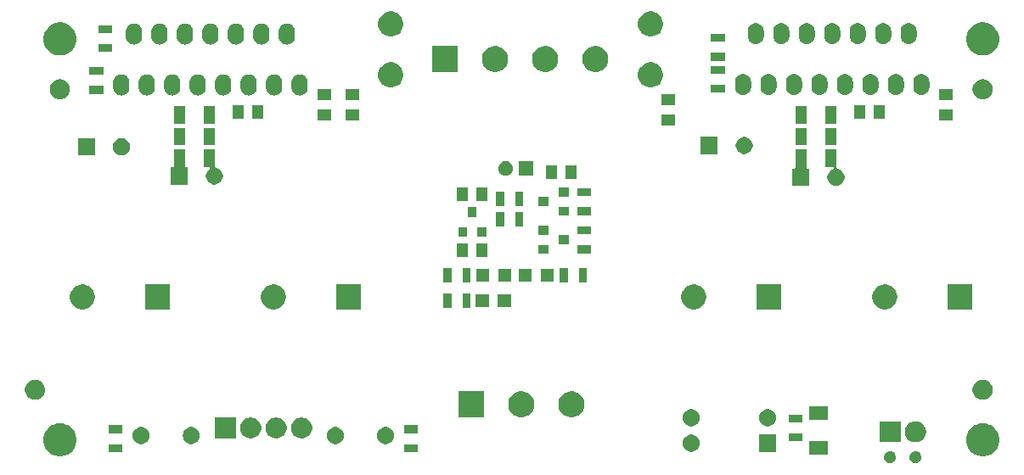
<source format=gbr>
G04 #@! TF.GenerationSoftware,KiCad,Pcbnew,5.1.5+dfsg1-2build2*
G04 #@! TF.CreationDate,2021-11-20T21:58:27+10:30*
G04 #@! TF.ProjectId,tda7293,74646137-3239-4332-9e6b-696361645f70,rev?*
G04 #@! TF.SameCoordinates,Original*
G04 #@! TF.FileFunction,Soldermask,Top*
G04 #@! TF.FilePolarity,Negative*
%FSLAX46Y46*%
G04 Gerber Fmt 4.6, Leading zero omitted, Abs format (unit mm)*
G04 Created by KiCad (PCBNEW 5.1.5+dfsg1-2build2) date 2021-11-20 21:58:27*
%MOMM*%
%LPD*%
G04 APERTURE LIST*
%ADD10C,0.100000*%
G04 APERTURE END LIST*
D10*
G36*
X114436601Y-70153397D02*
G01*
X114475305Y-70161096D01*
X114507340Y-70174365D01*
X114584680Y-70206400D01*
X114683115Y-70272173D01*
X114766827Y-70355885D01*
X114832600Y-70454320D01*
X114877904Y-70563696D01*
X114901000Y-70679805D01*
X114901000Y-70798195D01*
X114877904Y-70914304D01*
X114832600Y-71023680D01*
X114766827Y-71122115D01*
X114683115Y-71205827D01*
X114584680Y-71271600D01*
X114507340Y-71303635D01*
X114475305Y-71316904D01*
X114436601Y-71324603D01*
X114359195Y-71340000D01*
X114240805Y-71340000D01*
X114163399Y-71324603D01*
X114124695Y-71316904D01*
X114092660Y-71303635D01*
X114015320Y-71271600D01*
X113916885Y-71205827D01*
X113833173Y-71122115D01*
X113767400Y-71023680D01*
X113722096Y-70914304D01*
X113699000Y-70798195D01*
X113699000Y-70679805D01*
X113722096Y-70563696D01*
X113767400Y-70454320D01*
X113833173Y-70355885D01*
X113916885Y-70272173D01*
X114015320Y-70206400D01*
X114092660Y-70174365D01*
X114124695Y-70161096D01*
X114163399Y-70153397D01*
X114240805Y-70138000D01*
X114359195Y-70138000D01*
X114436601Y-70153397D01*
G37*
G36*
X111896601Y-70153397D02*
G01*
X111935305Y-70161096D01*
X111967340Y-70174365D01*
X112044680Y-70206400D01*
X112143115Y-70272173D01*
X112226827Y-70355885D01*
X112292600Y-70454320D01*
X112337904Y-70563696D01*
X112361000Y-70679805D01*
X112361000Y-70798195D01*
X112337904Y-70914304D01*
X112292600Y-71023680D01*
X112226827Y-71122115D01*
X112143115Y-71205827D01*
X112044680Y-71271600D01*
X111967340Y-71303635D01*
X111935305Y-71316904D01*
X111896601Y-71324603D01*
X111819195Y-71340000D01*
X111700805Y-71340000D01*
X111623399Y-71324603D01*
X111584695Y-71316904D01*
X111552660Y-71303635D01*
X111475320Y-71271600D01*
X111376885Y-71205827D01*
X111293173Y-71122115D01*
X111227400Y-71023680D01*
X111182096Y-70914304D01*
X111159000Y-70798195D01*
X111159000Y-70679805D01*
X111182096Y-70563696D01*
X111227400Y-70454320D01*
X111293173Y-70355885D01*
X111376885Y-70272173D01*
X111475320Y-70206400D01*
X111552660Y-70174365D01*
X111584695Y-70161096D01*
X111623399Y-70153397D01*
X111700805Y-70138000D01*
X111819195Y-70138000D01*
X111896601Y-70153397D01*
G37*
G36*
X29333695Y-67383031D02*
G01*
X29481579Y-67412447D01*
X29694037Y-67500450D01*
X29763813Y-67529352D01*
X29782042Y-67536903D01*
X30052451Y-67717585D01*
X30282415Y-67947549D01*
X30463097Y-68217958D01*
X30587553Y-68518421D01*
X30588604Y-68523705D01*
X30651000Y-68837389D01*
X30651000Y-69162611D01*
X30631989Y-69258184D01*
X30587553Y-69481579D01*
X30463097Y-69782042D01*
X30282415Y-70052451D01*
X30052451Y-70282415D01*
X29782042Y-70463097D01*
X29481579Y-70587553D01*
X29375256Y-70608702D01*
X29162611Y-70651000D01*
X28837389Y-70651000D01*
X28624744Y-70608702D01*
X28518421Y-70587553D01*
X28217958Y-70463097D01*
X27947549Y-70282415D01*
X27717585Y-70052451D01*
X27536903Y-69782042D01*
X27412447Y-69481579D01*
X27368011Y-69258184D01*
X27349000Y-69162611D01*
X27349000Y-68837389D01*
X27411396Y-68523705D01*
X27412447Y-68518421D01*
X27536903Y-68217958D01*
X27717585Y-67947549D01*
X27947549Y-67717585D01*
X28217958Y-67536903D01*
X28236188Y-67529352D01*
X28305963Y-67500450D01*
X28518421Y-67412447D01*
X28666305Y-67383031D01*
X28837389Y-67349000D01*
X29162611Y-67349000D01*
X29333695Y-67383031D01*
G37*
G36*
X121333695Y-67383031D02*
G01*
X121481579Y-67412447D01*
X121694037Y-67500450D01*
X121763813Y-67529352D01*
X121782042Y-67536903D01*
X122052451Y-67717585D01*
X122282415Y-67947549D01*
X122463097Y-68217958D01*
X122587553Y-68518421D01*
X122588604Y-68523705D01*
X122651000Y-68837389D01*
X122651000Y-69162611D01*
X122631989Y-69258184D01*
X122587553Y-69481579D01*
X122463097Y-69782042D01*
X122282415Y-70052451D01*
X122052451Y-70282415D01*
X121782042Y-70463097D01*
X121481579Y-70587553D01*
X121375256Y-70608702D01*
X121162611Y-70651000D01*
X120837389Y-70651000D01*
X120624744Y-70608702D01*
X120518421Y-70587553D01*
X120217958Y-70463097D01*
X119947549Y-70282415D01*
X119717585Y-70052451D01*
X119536903Y-69782042D01*
X119412447Y-69481579D01*
X119368011Y-69258184D01*
X119349000Y-69162611D01*
X119349000Y-68837389D01*
X119411396Y-68523705D01*
X119412447Y-68518421D01*
X119536903Y-68217958D01*
X119717585Y-67947549D01*
X119947549Y-67717585D01*
X120217958Y-67536903D01*
X120236188Y-67529352D01*
X120305963Y-67500450D01*
X120518421Y-67412447D01*
X120666305Y-67383031D01*
X120837389Y-67349000D01*
X121162611Y-67349000D01*
X121333695Y-67383031D01*
G37*
G36*
X105549000Y-70523000D02*
G01*
X103747000Y-70523000D01*
X103747000Y-69121000D01*
X105549000Y-69121000D01*
X105549000Y-70523000D01*
G37*
G36*
X64709000Y-70246000D02*
G01*
X63307000Y-70246000D01*
X63307000Y-69444000D01*
X64709000Y-69444000D01*
X64709000Y-70246000D01*
G37*
G36*
X35245000Y-70246000D02*
G01*
X33843000Y-70246000D01*
X33843000Y-69444000D01*
X35245000Y-69444000D01*
X35245000Y-70246000D01*
G37*
G36*
X92196228Y-68523703D02*
G01*
X92351100Y-68587853D01*
X92490481Y-68680985D01*
X92609015Y-68799519D01*
X92702147Y-68938900D01*
X92766297Y-69093772D01*
X92799000Y-69258184D01*
X92799000Y-69425816D01*
X92766297Y-69590228D01*
X92702147Y-69745100D01*
X92609015Y-69884481D01*
X92490481Y-70003015D01*
X92351100Y-70096147D01*
X92196228Y-70160297D01*
X92031816Y-70193000D01*
X91864184Y-70193000D01*
X91699772Y-70160297D01*
X91544900Y-70096147D01*
X91405519Y-70003015D01*
X91286985Y-69884481D01*
X91193853Y-69745100D01*
X91129703Y-69590228D01*
X91097000Y-69425816D01*
X91097000Y-69258184D01*
X91129703Y-69093772D01*
X91193853Y-68938900D01*
X91286985Y-68799519D01*
X91405519Y-68680985D01*
X91544900Y-68587853D01*
X91699772Y-68523703D01*
X91864184Y-68491000D01*
X92031816Y-68491000D01*
X92196228Y-68523703D01*
G37*
G36*
X100419000Y-70193000D02*
G01*
X98717000Y-70193000D01*
X98717000Y-68491000D01*
X100419000Y-68491000D01*
X100419000Y-70193000D01*
G37*
G36*
X37332228Y-67761703D02*
G01*
X37487100Y-67825853D01*
X37626481Y-67918985D01*
X37745015Y-68037519D01*
X37838147Y-68176900D01*
X37902297Y-68331772D01*
X37935000Y-68496184D01*
X37935000Y-68663816D01*
X37902297Y-68828228D01*
X37838147Y-68983100D01*
X37745015Y-69122481D01*
X37626481Y-69241015D01*
X37487100Y-69334147D01*
X37332228Y-69398297D01*
X37167816Y-69431000D01*
X37000184Y-69431000D01*
X36835772Y-69398297D01*
X36680900Y-69334147D01*
X36541519Y-69241015D01*
X36422985Y-69122481D01*
X36329853Y-68983100D01*
X36265703Y-68828228D01*
X36233000Y-68663816D01*
X36233000Y-68496184D01*
X36265703Y-68331772D01*
X36329853Y-68176900D01*
X36422985Y-68037519D01*
X36541519Y-67918985D01*
X36680900Y-67825853D01*
X36835772Y-67761703D01*
X37000184Y-67729000D01*
X37167816Y-67729000D01*
X37332228Y-67761703D01*
G37*
G36*
X42332228Y-67761703D02*
G01*
X42487100Y-67825853D01*
X42626481Y-67918985D01*
X42745015Y-68037519D01*
X42838147Y-68176900D01*
X42902297Y-68331772D01*
X42935000Y-68496184D01*
X42935000Y-68663816D01*
X42902297Y-68828228D01*
X42838147Y-68983100D01*
X42745015Y-69122481D01*
X42626481Y-69241015D01*
X42487100Y-69334147D01*
X42332228Y-69398297D01*
X42167816Y-69431000D01*
X42000184Y-69431000D01*
X41835772Y-69398297D01*
X41680900Y-69334147D01*
X41541519Y-69241015D01*
X41422985Y-69122481D01*
X41329853Y-68983100D01*
X41265703Y-68828228D01*
X41233000Y-68663816D01*
X41233000Y-68496184D01*
X41265703Y-68331772D01*
X41329853Y-68176900D01*
X41422985Y-68037519D01*
X41541519Y-67918985D01*
X41680900Y-67825853D01*
X41835772Y-67761703D01*
X42000184Y-67729000D01*
X42167816Y-67729000D01*
X42332228Y-67761703D01*
G37*
G36*
X61716228Y-67761703D02*
G01*
X61871100Y-67825853D01*
X62010481Y-67918985D01*
X62129015Y-68037519D01*
X62222147Y-68176900D01*
X62286297Y-68331772D01*
X62319000Y-68496184D01*
X62319000Y-68663816D01*
X62286297Y-68828228D01*
X62222147Y-68983100D01*
X62129015Y-69122481D01*
X62010481Y-69241015D01*
X61871100Y-69334147D01*
X61716228Y-69398297D01*
X61551816Y-69431000D01*
X61384184Y-69431000D01*
X61219772Y-69398297D01*
X61064900Y-69334147D01*
X60925519Y-69241015D01*
X60806985Y-69122481D01*
X60713853Y-68983100D01*
X60649703Y-68828228D01*
X60617000Y-68663816D01*
X60617000Y-68496184D01*
X60649703Y-68331772D01*
X60713853Y-68176900D01*
X60806985Y-68037519D01*
X60925519Y-67918985D01*
X61064900Y-67825853D01*
X61219772Y-67761703D01*
X61384184Y-67729000D01*
X61551816Y-67729000D01*
X61716228Y-67761703D01*
G37*
G36*
X56716228Y-67761703D02*
G01*
X56871100Y-67825853D01*
X57010481Y-67918985D01*
X57129015Y-68037519D01*
X57222147Y-68176900D01*
X57286297Y-68331772D01*
X57319000Y-68496184D01*
X57319000Y-68663816D01*
X57286297Y-68828228D01*
X57222147Y-68983100D01*
X57129015Y-69122481D01*
X57010481Y-69241015D01*
X56871100Y-69334147D01*
X56716228Y-69398297D01*
X56551816Y-69431000D01*
X56384184Y-69431000D01*
X56219772Y-69398297D01*
X56064900Y-69334147D01*
X55925519Y-69241015D01*
X55806985Y-69122481D01*
X55713853Y-68983100D01*
X55649703Y-68828228D01*
X55617000Y-68663816D01*
X55617000Y-68496184D01*
X55649703Y-68331772D01*
X55713853Y-68176900D01*
X55806985Y-68037519D01*
X55925519Y-67918985D01*
X56064900Y-67825853D01*
X56219772Y-67761703D01*
X56384184Y-67729000D01*
X56551816Y-67729000D01*
X56716228Y-67761703D01*
G37*
G36*
X114606416Y-67188879D02*
G01*
X114797592Y-67268067D01*
X114797594Y-67268068D01*
X114969648Y-67383031D01*
X115115969Y-67529352D01*
X115176737Y-67620297D01*
X115230933Y-67701408D01*
X115310121Y-67892584D01*
X115350490Y-68095534D01*
X115350490Y-68302466D01*
X115310121Y-68505416D01*
X115230933Y-68696592D01*
X115230932Y-68696594D01*
X115115969Y-68868648D01*
X114969648Y-69014969D01*
X114797594Y-69129932D01*
X114797593Y-69129933D01*
X114797592Y-69129933D01*
X114606416Y-69209121D01*
X114403466Y-69249490D01*
X114196534Y-69249490D01*
X113993584Y-69209121D01*
X113802408Y-69129933D01*
X113802407Y-69129933D01*
X113802406Y-69129932D01*
X113630352Y-69014969D01*
X113484031Y-68868648D01*
X113369068Y-68696594D01*
X113369067Y-68696592D01*
X113289879Y-68505416D01*
X113249510Y-68302466D01*
X113249510Y-68095534D01*
X113289879Y-67892584D01*
X113369067Y-67701408D01*
X113423264Y-67620297D01*
X113484031Y-67529352D01*
X113630352Y-67383031D01*
X113802406Y-67268068D01*
X113802408Y-67268067D01*
X113993584Y-67188879D01*
X114196534Y-67148510D01*
X114403466Y-67148510D01*
X114606416Y-67188879D01*
G37*
G36*
X112810490Y-69249490D02*
G01*
X110709510Y-69249490D01*
X110709510Y-67148510D01*
X112810490Y-67148510D01*
X112810490Y-69249490D01*
G37*
G36*
X103063000Y-69169000D02*
G01*
X101661000Y-69169000D01*
X101661000Y-68367000D01*
X103063000Y-68367000D01*
X103063000Y-69169000D01*
G37*
G36*
X53392416Y-66807879D02*
G01*
X53583592Y-66887067D01*
X53583594Y-66887068D01*
X53755648Y-67002031D01*
X53901969Y-67148352D01*
X53982584Y-67269000D01*
X54016933Y-67320408D01*
X54096121Y-67511584D01*
X54136490Y-67714534D01*
X54136490Y-67921466D01*
X54096121Y-68124416D01*
X54022371Y-68302464D01*
X54016932Y-68315594D01*
X53901969Y-68487648D01*
X53755648Y-68633969D01*
X53583594Y-68748932D01*
X53583593Y-68748933D01*
X53583592Y-68748933D01*
X53392416Y-68828121D01*
X53189466Y-68868490D01*
X52982534Y-68868490D01*
X52779584Y-68828121D01*
X52588408Y-68748933D01*
X52588407Y-68748933D01*
X52588406Y-68748932D01*
X52416352Y-68633969D01*
X52270031Y-68487648D01*
X52155068Y-68315594D01*
X52149629Y-68302464D01*
X52075879Y-68124416D01*
X52035510Y-67921466D01*
X52035510Y-67714534D01*
X52075879Y-67511584D01*
X52155067Y-67320408D01*
X52189417Y-67269000D01*
X52270031Y-67148352D01*
X52416352Y-67002031D01*
X52588406Y-66887068D01*
X52588408Y-66887067D01*
X52779584Y-66807879D01*
X52982534Y-66767510D01*
X53189466Y-66767510D01*
X53392416Y-66807879D01*
G37*
G36*
X46516490Y-68868490D02*
G01*
X44415510Y-68868490D01*
X44415510Y-66767510D01*
X46516490Y-66767510D01*
X46516490Y-68868490D01*
G37*
G36*
X48312416Y-66807879D02*
G01*
X48503592Y-66887067D01*
X48503594Y-66887068D01*
X48675648Y-67002031D01*
X48821969Y-67148352D01*
X48902584Y-67269000D01*
X48936933Y-67320408D01*
X49016121Y-67511584D01*
X49056490Y-67714534D01*
X49056490Y-67921466D01*
X49016121Y-68124416D01*
X48942371Y-68302464D01*
X48936932Y-68315594D01*
X48821969Y-68487648D01*
X48675648Y-68633969D01*
X48503594Y-68748932D01*
X48503593Y-68748933D01*
X48503592Y-68748933D01*
X48312416Y-68828121D01*
X48109466Y-68868490D01*
X47902534Y-68868490D01*
X47699584Y-68828121D01*
X47508408Y-68748933D01*
X47508407Y-68748933D01*
X47508406Y-68748932D01*
X47336352Y-68633969D01*
X47190031Y-68487648D01*
X47075068Y-68315594D01*
X47069629Y-68302464D01*
X46995879Y-68124416D01*
X46955510Y-67921466D01*
X46955510Y-67714534D01*
X46995879Y-67511584D01*
X47075067Y-67320408D01*
X47109417Y-67269000D01*
X47190031Y-67148352D01*
X47336352Y-67002031D01*
X47508406Y-66887068D01*
X47508408Y-66887067D01*
X47699584Y-66807879D01*
X47902534Y-66767510D01*
X48109466Y-66767510D01*
X48312416Y-66807879D01*
G37*
G36*
X50852416Y-66807879D02*
G01*
X51043592Y-66887067D01*
X51043594Y-66887068D01*
X51215648Y-67002031D01*
X51361969Y-67148352D01*
X51442584Y-67269000D01*
X51476933Y-67320408D01*
X51556121Y-67511584D01*
X51596490Y-67714534D01*
X51596490Y-67921466D01*
X51556121Y-68124416D01*
X51482371Y-68302464D01*
X51476932Y-68315594D01*
X51361969Y-68487648D01*
X51215648Y-68633969D01*
X51043594Y-68748932D01*
X51043593Y-68748933D01*
X51043592Y-68748933D01*
X50852416Y-68828121D01*
X50649466Y-68868490D01*
X50442534Y-68868490D01*
X50239584Y-68828121D01*
X50048408Y-68748933D01*
X50048407Y-68748933D01*
X50048406Y-68748932D01*
X49876352Y-68633969D01*
X49730031Y-68487648D01*
X49615068Y-68315594D01*
X49609629Y-68302464D01*
X49535879Y-68124416D01*
X49495510Y-67921466D01*
X49495510Y-67714534D01*
X49535879Y-67511584D01*
X49615067Y-67320408D01*
X49649417Y-67269000D01*
X49730031Y-67148352D01*
X49876352Y-67002031D01*
X50048406Y-66887068D01*
X50048408Y-66887067D01*
X50239584Y-66807879D01*
X50442534Y-66767510D01*
X50649466Y-66767510D01*
X50852416Y-66807879D01*
G37*
G36*
X35245000Y-68346000D02*
G01*
X33843000Y-68346000D01*
X33843000Y-67544000D01*
X35245000Y-67544000D01*
X35245000Y-68346000D01*
G37*
G36*
X64709000Y-68346000D02*
G01*
X63307000Y-68346000D01*
X63307000Y-67544000D01*
X64709000Y-67544000D01*
X64709000Y-68346000D01*
G37*
G36*
X92196228Y-65983703D02*
G01*
X92351100Y-66047853D01*
X92490481Y-66140985D01*
X92609015Y-66259519D01*
X92702147Y-66398900D01*
X92766297Y-66553772D01*
X92799000Y-66718184D01*
X92799000Y-66885816D01*
X92766297Y-67050228D01*
X92702147Y-67205100D01*
X92609015Y-67344481D01*
X92490481Y-67463015D01*
X92351100Y-67556147D01*
X92196228Y-67620297D01*
X92031816Y-67653000D01*
X91864184Y-67653000D01*
X91699772Y-67620297D01*
X91544900Y-67556147D01*
X91405519Y-67463015D01*
X91286985Y-67344481D01*
X91193853Y-67205100D01*
X91129703Y-67050228D01*
X91097000Y-66885816D01*
X91097000Y-66718184D01*
X91129703Y-66553772D01*
X91193853Y-66398900D01*
X91286985Y-66259519D01*
X91405519Y-66140985D01*
X91544900Y-66047853D01*
X91699772Y-65983703D01*
X91864184Y-65951000D01*
X92031816Y-65951000D01*
X92196228Y-65983703D01*
G37*
G36*
X99816228Y-65983703D02*
G01*
X99971100Y-66047853D01*
X100110481Y-66140985D01*
X100229015Y-66259519D01*
X100322147Y-66398900D01*
X100386297Y-66553772D01*
X100419000Y-66718184D01*
X100419000Y-66885816D01*
X100386297Y-67050228D01*
X100322147Y-67205100D01*
X100229015Y-67344481D01*
X100110481Y-67463015D01*
X99971100Y-67556147D01*
X99816228Y-67620297D01*
X99651816Y-67653000D01*
X99484184Y-67653000D01*
X99319772Y-67620297D01*
X99164900Y-67556147D01*
X99025519Y-67463015D01*
X98906985Y-67344481D01*
X98813853Y-67205100D01*
X98749703Y-67050228D01*
X98717000Y-66885816D01*
X98717000Y-66718184D01*
X98749703Y-66553772D01*
X98813853Y-66398900D01*
X98906985Y-66259519D01*
X99025519Y-66140985D01*
X99164900Y-66047853D01*
X99319772Y-65983703D01*
X99484184Y-65951000D01*
X99651816Y-65951000D01*
X99816228Y-65983703D01*
G37*
G36*
X103063000Y-67269000D02*
G01*
X101661000Y-67269000D01*
X101661000Y-66467000D01*
X103063000Y-66467000D01*
X103063000Y-67269000D01*
G37*
G36*
X105549000Y-67023000D02*
G01*
X103747000Y-67023000D01*
X103747000Y-65621000D01*
X105549000Y-65621000D01*
X105549000Y-67023000D01*
G37*
G36*
X80379487Y-64208996D02*
G01*
X80616253Y-64307068D01*
X80616255Y-64307069D01*
X80829339Y-64449447D01*
X81010553Y-64630661D01*
X81152932Y-64843747D01*
X81251004Y-65080513D01*
X81301000Y-65331861D01*
X81301000Y-65588139D01*
X81251004Y-65839487D01*
X81152932Y-66076253D01*
X81152931Y-66076255D01*
X81010553Y-66289339D01*
X80829339Y-66470553D01*
X80616255Y-66612931D01*
X80616254Y-66612932D01*
X80616253Y-66612932D01*
X80379487Y-66711004D01*
X80128139Y-66761000D01*
X79871861Y-66761000D01*
X79620513Y-66711004D01*
X79383747Y-66612932D01*
X79383746Y-66612932D01*
X79383745Y-66612931D01*
X79170661Y-66470553D01*
X78989447Y-66289339D01*
X78847069Y-66076255D01*
X78847068Y-66076253D01*
X78748996Y-65839487D01*
X78699000Y-65588139D01*
X78699000Y-65331861D01*
X78748996Y-65080513D01*
X78847068Y-64843747D01*
X78989447Y-64630661D01*
X79170661Y-64449447D01*
X79383745Y-64307069D01*
X79383747Y-64307068D01*
X79620513Y-64208996D01*
X79871861Y-64159000D01*
X80128139Y-64159000D01*
X80379487Y-64208996D01*
G37*
G36*
X71301000Y-66761000D02*
G01*
X68699000Y-66761000D01*
X68699000Y-64159000D01*
X71301000Y-64159000D01*
X71301000Y-66761000D01*
G37*
G36*
X75379487Y-64208996D02*
G01*
X75616253Y-64307068D01*
X75616255Y-64307069D01*
X75829339Y-64449447D01*
X76010553Y-64630661D01*
X76152932Y-64843747D01*
X76251004Y-65080513D01*
X76301000Y-65331861D01*
X76301000Y-65588139D01*
X76251004Y-65839487D01*
X76152932Y-66076253D01*
X76152931Y-66076255D01*
X76010553Y-66289339D01*
X75829339Y-66470553D01*
X75616255Y-66612931D01*
X75616254Y-66612932D01*
X75616253Y-66612932D01*
X75379487Y-66711004D01*
X75128139Y-66761000D01*
X74871861Y-66761000D01*
X74620513Y-66711004D01*
X74383747Y-66612932D01*
X74383746Y-66612932D01*
X74383745Y-66612931D01*
X74170661Y-66470553D01*
X73989447Y-66289339D01*
X73847069Y-66076255D01*
X73847068Y-66076253D01*
X73748996Y-65839487D01*
X73699000Y-65588139D01*
X73699000Y-65331861D01*
X73748996Y-65080513D01*
X73847068Y-64843747D01*
X73989447Y-64630661D01*
X74170661Y-64449447D01*
X74383745Y-64307069D01*
X74383747Y-64307068D01*
X74620513Y-64208996D01*
X74871861Y-64159000D01*
X75128139Y-64159000D01*
X75379487Y-64208996D01*
G37*
G36*
X121227290Y-63025619D02*
G01*
X121291689Y-63038429D01*
X121473678Y-63113811D01*
X121637463Y-63223249D01*
X121776751Y-63362537D01*
X121886189Y-63526322D01*
X121961571Y-63708311D01*
X121961571Y-63708312D01*
X122000000Y-63901507D01*
X122000000Y-64098493D01*
X121978019Y-64208997D01*
X121961571Y-64291689D01*
X121886189Y-64473678D01*
X121776751Y-64637463D01*
X121637463Y-64776751D01*
X121473678Y-64886189D01*
X121291689Y-64961571D01*
X121227290Y-64974381D01*
X121098493Y-65000000D01*
X120901507Y-65000000D01*
X120772710Y-64974381D01*
X120708311Y-64961571D01*
X120526322Y-64886189D01*
X120362537Y-64776751D01*
X120223249Y-64637463D01*
X120113811Y-64473678D01*
X120038429Y-64291689D01*
X120021981Y-64208997D01*
X120000000Y-64098493D01*
X120000000Y-63901507D01*
X120038429Y-63708312D01*
X120038429Y-63708311D01*
X120113811Y-63526322D01*
X120223249Y-63362537D01*
X120362537Y-63223249D01*
X120526322Y-63113811D01*
X120708311Y-63038429D01*
X120772710Y-63025619D01*
X120901507Y-63000000D01*
X121098493Y-63000000D01*
X121227290Y-63025619D01*
G37*
G36*
X26727290Y-63025619D02*
G01*
X26791689Y-63038429D01*
X26973678Y-63113811D01*
X27137463Y-63223249D01*
X27276751Y-63362537D01*
X27386189Y-63526322D01*
X27461571Y-63708311D01*
X27461571Y-63708312D01*
X27500000Y-63901507D01*
X27500000Y-64098493D01*
X27478019Y-64208997D01*
X27461571Y-64291689D01*
X27386189Y-64473678D01*
X27276751Y-64637463D01*
X27137463Y-64776751D01*
X26973678Y-64886189D01*
X26791689Y-64961571D01*
X26727290Y-64974381D01*
X26598493Y-65000000D01*
X26401507Y-65000000D01*
X26272710Y-64974381D01*
X26208311Y-64961571D01*
X26026322Y-64886189D01*
X25862537Y-64776751D01*
X25723249Y-64637463D01*
X25613811Y-64473678D01*
X25538429Y-64291689D01*
X25521981Y-64208997D01*
X25500000Y-64098493D01*
X25500000Y-63901507D01*
X25538429Y-63708312D01*
X25538429Y-63708311D01*
X25613811Y-63526322D01*
X25723249Y-63362537D01*
X25862537Y-63223249D01*
X26026322Y-63113811D01*
X26208311Y-63038429D01*
X26272710Y-63025619D01*
X26401507Y-63000000D01*
X26598493Y-63000000D01*
X26727290Y-63025619D01*
G37*
G36*
X50649903Y-53534075D02*
G01*
X50877571Y-53628378D01*
X51082466Y-53765285D01*
X51256715Y-53939534D01*
X51393622Y-54144429D01*
X51487925Y-54372097D01*
X51536000Y-54613787D01*
X51536000Y-54860213D01*
X51487925Y-55101903D01*
X51393622Y-55329571D01*
X51256715Y-55534466D01*
X51082466Y-55708715D01*
X50877571Y-55845622D01*
X50877570Y-55845623D01*
X50877569Y-55845623D01*
X50649903Y-55939925D01*
X50408214Y-55988000D01*
X50161786Y-55988000D01*
X49920097Y-55939925D01*
X49692431Y-55845623D01*
X49692430Y-55845623D01*
X49692429Y-55845622D01*
X49487534Y-55708715D01*
X49313285Y-55534466D01*
X49176378Y-55329571D01*
X49082075Y-55101903D01*
X49034000Y-54860213D01*
X49034000Y-54613787D01*
X49082075Y-54372097D01*
X49176378Y-54144429D01*
X49313285Y-53939534D01*
X49487534Y-53765285D01*
X49692429Y-53628378D01*
X49920097Y-53534075D01*
X50161786Y-53486000D01*
X50408214Y-53486000D01*
X50649903Y-53534075D01*
G37*
G36*
X92559903Y-53534075D02*
G01*
X92787571Y-53628378D01*
X92992466Y-53765285D01*
X93166715Y-53939534D01*
X93303622Y-54144429D01*
X93397925Y-54372097D01*
X93446000Y-54613787D01*
X93446000Y-54860213D01*
X93397925Y-55101903D01*
X93303622Y-55329571D01*
X93166715Y-55534466D01*
X92992466Y-55708715D01*
X92787571Y-55845622D01*
X92787570Y-55845623D01*
X92787569Y-55845623D01*
X92559903Y-55939925D01*
X92318214Y-55988000D01*
X92071786Y-55988000D01*
X91830097Y-55939925D01*
X91602431Y-55845623D01*
X91602430Y-55845623D01*
X91602429Y-55845622D01*
X91397534Y-55708715D01*
X91223285Y-55534466D01*
X91086378Y-55329571D01*
X90992075Y-55101903D01*
X90944000Y-54860213D01*
X90944000Y-54613787D01*
X90992075Y-54372097D01*
X91086378Y-54144429D01*
X91223285Y-53939534D01*
X91397534Y-53765285D01*
X91602429Y-53628378D01*
X91830097Y-53534075D01*
X92071786Y-53486000D01*
X92318214Y-53486000D01*
X92559903Y-53534075D01*
G37*
G36*
X39986000Y-55988000D02*
G01*
X37484000Y-55988000D01*
X37484000Y-53486000D01*
X39986000Y-53486000D01*
X39986000Y-55988000D01*
G37*
G36*
X31599903Y-53534075D02*
G01*
X31827571Y-53628378D01*
X32032466Y-53765285D01*
X32206715Y-53939534D01*
X32343622Y-54144429D01*
X32437925Y-54372097D01*
X32486000Y-54613787D01*
X32486000Y-54860213D01*
X32437925Y-55101903D01*
X32343622Y-55329571D01*
X32206715Y-55534466D01*
X32032466Y-55708715D01*
X31827571Y-55845622D01*
X31827570Y-55845623D01*
X31827569Y-55845623D01*
X31599903Y-55939925D01*
X31358214Y-55988000D01*
X31111786Y-55988000D01*
X30870097Y-55939925D01*
X30642431Y-55845623D01*
X30642430Y-55845623D01*
X30642429Y-55845622D01*
X30437534Y-55708715D01*
X30263285Y-55534466D01*
X30126378Y-55329571D01*
X30032075Y-55101903D01*
X29984000Y-54860213D01*
X29984000Y-54613787D01*
X30032075Y-54372097D01*
X30126378Y-54144429D01*
X30263285Y-53939534D01*
X30437534Y-53765285D01*
X30642429Y-53628378D01*
X30870097Y-53534075D01*
X31111786Y-53486000D01*
X31358214Y-53486000D01*
X31599903Y-53534075D01*
G37*
G36*
X59036000Y-55988000D02*
G01*
X56534000Y-55988000D01*
X56534000Y-53486000D01*
X59036000Y-53486000D01*
X59036000Y-55988000D01*
G37*
G36*
X100946000Y-55988000D02*
G01*
X98444000Y-55988000D01*
X98444000Y-53486000D01*
X100946000Y-53486000D01*
X100946000Y-55988000D01*
G37*
G36*
X111609903Y-53534075D02*
G01*
X111837571Y-53628378D01*
X112042466Y-53765285D01*
X112216715Y-53939534D01*
X112353622Y-54144429D01*
X112447925Y-54372097D01*
X112496000Y-54613787D01*
X112496000Y-54860213D01*
X112447925Y-55101903D01*
X112353622Y-55329571D01*
X112216715Y-55534466D01*
X112042466Y-55708715D01*
X111837571Y-55845622D01*
X111837570Y-55845623D01*
X111837569Y-55845623D01*
X111609903Y-55939925D01*
X111368214Y-55988000D01*
X111121786Y-55988000D01*
X110880097Y-55939925D01*
X110652431Y-55845623D01*
X110652430Y-55845623D01*
X110652429Y-55845622D01*
X110447534Y-55708715D01*
X110273285Y-55534466D01*
X110136378Y-55329571D01*
X110042075Y-55101903D01*
X109994000Y-54860213D01*
X109994000Y-54613787D01*
X110042075Y-54372097D01*
X110136378Y-54144429D01*
X110273285Y-53939534D01*
X110447534Y-53765285D01*
X110652429Y-53628378D01*
X110880097Y-53534075D01*
X111121786Y-53486000D01*
X111368214Y-53486000D01*
X111609903Y-53534075D01*
G37*
G36*
X119996000Y-55988000D02*
G01*
X117494000Y-55988000D01*
X117494000Y-53486000D01*
X119996000Y-53486000D01*
X119996000Y-55988000D01*
G37*
G36*
X69931000Y-55819000D02*
G01*
X69129000Y-55819000D01*
X69129000Y-54417000D01*
X69931000Y-54417000D01*
X69931000Y-55819000D01*
G37*
G36*
X68031000Y-55819000D02*
G01*
X67229000Y-55819000D01*
X67229000Y-54417000D01*
X68031000Y-54417000D01*
X68031000Y-55819000D01*
G37*
G36*
X71771000Y-55769000D02*
G01*
X70469000Y-55769000D01*
X70469000Y-54467000D01*
X71771000Y-54467000D01*
X71771000Y-55769000D01*
G37*
G36*
X73971000Y-55769000D02*
G01*
X72669000Y-55769000D01*
X72669000Y-54467000D01*
X73971000Y-54467000D01*
X73971000Y-55769000D01*
G37*
G36*
X69931000Y-53279000D02*
G01*
X69129000Y-53279000D01*
X69129000Y-51877000D01*
X69931000Y-51877000D01*
X69931000Y-53279000D01*
G37*
G36*
X68031000Y-53279000D02*
G01*
X67229000Y-53279000D01*
X67229000Y-51877000D01*
X68031000Y-51877000D01*
X68031000Y-53279000D01*
G37*
G36*
X79649000Y-53279000D02*
G01*
X78847000Y-53279000D01*
X78847000Y-51877000D01*
X79649000Y-51877000D01*
X79649000Y-53279000D01*
G37*
G36*
X81549000Y-53279000D02*
G01*
X80747000Y-53279000D01*
X80747000Y-51877000D01*
X81549000Y-51877000D01*
X81549000Y-53279000D01*
G37*
G36*
X78261000Y-53229000D02*
G01*
X76959000Y-53229000D01*
X76959000Y-51927000D01*
X78261000Y-51927000D01*
X78261000Y-53229000D01*
G37*
G36*
X76061000Y-53229000D02*
G01*
X74759000Y-53229000D01*
X74759000Y-51927000D01*
X76061000Y-51927000D01*
X76061000Y-53229000D01*
G37*
G36*
X71805000Y-53229000D02*
G01*
X70503000Y-53229000D01*
X70503000Y-51927000D01*
X71805000Y-51927000D01*
X71805000Y-53229000D01*
G37*
G36*
X74005000Y-53229000D02*
G01*
X72703000Y-53229000D01*
X72703000Y-51927000D01*
X74005000Y-51927000D01*
X74005000Y-53229000D01*
G37*
G36*
X71655000Y-50730000D02*
G01*
X70553000Y-50730000D01*
X70553000Y-49378000D01*
X71655000Y-49378000D01*
X71655000Y-50730000D01*
G37*
G36*
X69655000Y-50730000D02*
G01*
X68553000Y-50730000D01*
X68553000Y-49378000D01*
X69655000Y-49378000D01*
X69655000Y-50730000D01*
G37*
G36*
X77733000Y-50439000D02*
G01*
X76731000Y-50439000D01*
X76731000Y-49537000D01*
X77733000Y-49537000D01*
X77733000Y-50439000D01*
G37*
G36*
X81981000Y-50389000D02*
G01*
X80579000Y-50389000D01*
X80579000Y-49587000D01*
X81981000Y-49587000D01*
X81981000Y-50389000D01*
G37*
G36*
X79733000Y-49489000D02*
G01*
X78731000Y-49489000D01*
X78731000Y-48587000D01*
X79733000Y-48587000D01*
X79733000Y-49489000D01*
G37*
G36*
X69605000Y-48761000D02*
G01*
X68703000Y-48761000D01*
X68703000Y-47759000D01*
X69605000Y-47759000D01*
X69605000Y-48761000D01*
G37*
G36*
X71505000Y-48761000D02*
G01*
X70603000Y-48761000D01*
X70603000Y-47759000D01*
X71505000Y-47759000D01*
X71505000Y-48761000D01*
G37*
G36*
X77733000Y-48539000D02*
G01*
X76731000Y-48539000D01*
X76731000Y-47637000D01*
X77733000Y-47637000D01*
X77733000Y-48539000D01*
G37*
G36*
X81981000Y-48489000D02*
G01*
X80579000Y-48489000D01*
X80579000Y-47687000D01*
X81981000Y-47687000D01*
X81981000Y-48489000D01*
G37*
G36*
X75199000Y-47707000D02*
G01*
X74397000Y-47707000D01*
X74397000Y-46305000D01*
X75199000Y-46305000D01*
X75199000Y-47707000D01*
G37*
G36*
X73299000Y-47707000D02*
G01*
X72497000Y-47707000D01*
X72497000Y-46305000D01*
X73299000Y-46305000D01*
X73299000Y-47707000D01*
G37*
G36*
X70555000Y-46761000D02*
G01*
X69653000Y-46761000D01*
X69653000Y-45759000D01*
X70555000Y-45759000D01*
X70555000Y-46761000D01*
G37*
G36*
X79733000Y-46629000D02*
G01*
X78731000Y-46629000D01*
X78731000Y-45727000D01*
X79733000Y-45727000D01*
X79733000Y-46629000D01*
G37*
G36*
X81981000Y-46579000D02*
G01*
X80579000Y-46579000D01*
X80579000Y-45777000D01*
X81981000Y-45777000D01*
X81981000Y-46579000D01*
G37*
G36*
X77733000Y-45679000D02*
G01*
X76731000Y-45679000D01*
X76731000Y-44777000D01*
X77733000Y-44777000D01*
X77733000Y-45679000D01*
G37*
G36*
X73299000Y-45675000D02*
G01*
X72497000Y-45675000D01*
X72497000Y-44273000D01*
X73299000Y-44273000D01*
X73299000Y-45675000D01*
G37*
G36*
X75199000Y-45675000D02*
G01*
X74397000Y-45675000D01*
X74397000Y-44273000D01*
X75199000Y-44273000D01*
X75199000Y-45675000D01*
G37*
G36*
X71655000Y-45142000D02*
G01*
X70553000Y-45142000D01*
X70553000Y-43790000D01*
X71655000Y-43790000D01*
X71655000Y-45142000D01*
G37*
G36*
X69655000Y-45142000D02*
G01*
X68553000Y-45142000D01*
X68553000Y-43790000D01*
X69655000Y-43790000D01*
X69655000Y-45142000D01*
G37*
G36*
X79733000Y-44729000D02*
G01*
X78731000Y-44729000D01*
X78731000Y-43827000D01*
X79733000Y-43827000D01*
X79733000Y-44729000D01*
G37*
G36*
X81981000Y-44679000D02*
G01*
X80579000Y-44679000D01*
X80579000Y-43877000D01*
X81981000Y-43877000D01*
X81981000Y-44679000D01*
G37*
G36*
X106445000Y-41843663D02*
G01*
X106447402Y-41868049D01*
X106454515Y-41891498D01*
X106466066Y-41913109D01*
X106481611Y-41932051D01*
X106500553Y-41947596D01*
X106522164Y-41959147D01*
X106545603Y-41966257D01*
X106618228Y-41980703D01*
X106773100Y-42044853D01*
X106912481Y-42137985D01*
X107031015Y-42256519D01*
X107124147Y-42395900D01*
X107188297Y-42550772D01*
X107221000Y-42715184D01*
X107221000Y-42882816D01*
X107188297Y-43047228D01*
X107124147Y-43202100D01*
X107031015Y-43341481D01*
X106912481Y-43460015D01*
X106773100Y-43553147D01*
X106618228Y-43617297D01*
X106453816Y-43650000D01*
X106286184Y-43650000D01*
X106121772Y-43617297D01*
X105966900Y-43553147D01*
X105827519Y-43460015D01*
X105708985Y-43341481D01*
X105615853Y-43202100D01*
X105551703Y-43047228D01*
X105519000Y-42882816D01*
X105519000Y-42715184D01*
X105551703Y-42550772D01*
X105615853Y-42395900D01*
X105708985Y-42256519D01*
X105827519Y-42137985D01*
X105966900Y-42044853D01*
X106110245Y-41985478D01*
X106131846Y-41973932D01*
X106150788Y-41958387D01*
X106166333Y-41939445D01*
X106177885Y-41917835D01*
X106184998Y-41894386D01*
X106187400Y-41870000D01*
X106184998Y-41845614D01*
X106177885Y-41822165D01*
X106166334Y-41800554D01*
X106150789Y-41781612D01*
X106131847Y-41766067D01*
X106110237Y-41754515D01*
X106086788Y-41747402D01*
X106062401Y-41745000D01*
X105343000Y-41745000D01*
X105343000Y-40043000D01*
X106445000Y-40043000D01*
X106445000Y-41843663D01*
G37*
G36*
X103445000Y-41823001D02*
G01*
X103447402Y-41847387D01*
X103454515Y-41870836D01*
X103466066Y-41892447D01*
X103481611Y-41911389D01*
X103500553Y-41926934D01*
X103522164Y-41938485D01*
X103545613Y-41945598D01*
X103569999Y-41948000D01*
X103721000Y-41948000D01*
X103721000Y-43650000D01*
X102019000Y-43650000D01*
X102019000Y-41948000D01*
X102218001Y-41948000D01*
X102242387Y-41945598D01*
X102265836Y-41938485D01*
X102287447Y-41926934D01*
X102306389Y-41911389D01*
X102321934Y-41892447D01*
X102333485Y-41870836D01*
X102340598Y-41847387D01*
X102343000Y-41823001D01*
X102343000Y-40043000D01*
X103445000Y-40043000D01*
X103445000Y-41823001D01*
G37*
G36*
X44469000Y-41716663D02*
G01*
X44471402Y-41741049D01*
X44478515Y-41764498D01*
X44490066Y-41786109D01*
X44505611Y-41805051D01*
X44524553Y-41820596D01*
X44546164Y-41832147D01*
X44569603Y-41839257D01*
X44642228Y-41853703D01*
X44797100Y-41917853D01*
X44936481Y-42010985D01*
X45055015Y-42129519D01*
X45148147Y-42268900D01*
X45212297Y-42423772D01*
X45245000Y-42588184D01*
X45245000Y-42755816D01*
X45212297Y-42920228D01*
X45148147Y-43075100D01*
X45055015Y-43214481D01*
X44936481Y-43333015D01*
X44797100Y-43426147D01*
X44642228Y-43490297D01*
X44477816Y-43523000D01*
X44310184Y-43523000D01*
X44145772Y-43490297D01*
X43990900Y-43426147D01*
X43851519Y-43333015D01*
X43732985Y-43214481D01*
X43639853Y-43075100D01*
X43575703Y-42920228D01*
X43543000Y-42755816D01*
X43543000Y-42588184D01*
X43575703Y-42423772D01*
X43639853Y-42268900D01*
X43732985Y-42129519D01*
X43851519Y-42010985D01*
X43906976Y-41973930D01*
X43925915Y-41958387D01*
X43941461Y-41939445D01*
X43953012Y-41917834D01*
X43960125Y-41894386D01*
X43962527Y-41869999D01*
X43960125Y-41845613D01*
X43953012Y-41822164D01*
X43941461Y-41800554D01*
X43925916Y-41781612D01*
X43906974Y-41766066D01*
X43885363Y-41754515D01*
X43861915Y-41747402D01*
X43837528Y-41745000D01*
X43367000Y-41745000D01*
X43367000Y-40043000D01*
X44469000Y-40043000D01*
X44469000Y-41716663D01*
G37*
G36*
X41469000Y-41696001D02*
G01*
X41471402Y-41720387D01*
X41478515Y-41743836D01*
X41490066Y-41765447D01*
X41505611Y-41784389D01*
X41524553Y-41799934D01*
X41546164Y-41811485D01*
X41569613Y-41818598D01*
X41593999Y-41821000D01*
X41745000Y-41821000D01*
X41745000Y-43523000D01*
X40043000Y-43523000D01*
X40043000Y-41821000D01*
X40242001Y-41821000D01*
X40266387Y-41818598D01*
X40289836Y-41811485D01*
X40311447Y-41799934D01*
X40330389Y-41784389D01*
X40345934Y-41765447D01*
X40357485Y-41743836D01*
X40364598Y-41720387D01*
X40367000Y-41696001D01*
X40367000Y-40043000D01*
X41469000Y-40043000D01*
X41469000Y-41696001D01*
G37*
G36*
X78545000Y-42967000D02*
G01*
X77443000Y-42967000D01*
X77443000Y-41615000D01*
X78545000Y-41615000D01*
X78545000Y-42967000D01*
G37*
G36*
X80545000Y-42967000D02*
G01*
X79443000Y-42967000D01*
X79443000Y-41615000D01*
X80545000Y-41615000D01*
X80545000Y-42967000D01*
G37*
G36*
X76164000Y-42652000D02*
G01*
X74712000Y-42652000D01*
X74712000Y-41200000D01*
X76164000Y-41200000D01*
X76164000Y-42652000D01*
G37*
G36*
X73649766Y-41227899D02*
G01*
X73781888Y-41282626D01*
X73781890Y-41282627D01*
X73900798Y-41362079D01*
X74001921Y-41463202D01*
X74001922Y-41463204D01*
X74081374Y-41582112D01*
X74136101Y-41714234D01*
X74164000Y-41854494D01*
X74164000Y-41997506D01*
X74136101Y-42137766D01*
X74086911Y-42256520D01*
X74081373Y-42269890D01*
X74001921Y-42388798D01*
X73900798Y-42489921D01*
X73781890Y-42569373D01*
X73781889Y-42569374D01*
X73781888Y-42569374D01*
X73649766Y-42624101D01*
X73509506Y-42652000D01*
X73366494Y-42652000D01*
X73226234Y-42624101D01*
X73094112Y-42569374D01*
X73094111Y-42569374D01*
X73094110Y-42569373D01*
X72975202Y-42489921D01*
X72874079Y-42388798D01*
X72794627Y-42269890D01*
X72789089Y-42256520D01*
X72739899Y-42137766D01*
X72712000Y-41997506D01*
X72712000Y-41854494D01*
X72739899Y-41714234D01*
X72794626Y-41582112D01*
X72874078Y-41463204D01*
X72874079Y-41463202D01*
X72975202Y-41362079D01*
X73094110Y-41282627D01*
X73094112Y-41282626D01*
X73226234Y-41227899D01*
X73366494Y-41200000D01*
X73509506Y-41200000D01*
X73649766Y-41227899D01*
G37*
G36*
X32474000Y-40602000D02*
G01*
X30772000Y-40602000D01*
X30772000Y-38900000D01*
X32474000Y-38900000D01*
X32474000Y-40602000D01*
G37*
G36*
X35371228Y-38932703D02*
G01*
X35526100Y-38996853D01*
X35665481Y-39089985D01*
X35784015Y-39208519D01*
X35877147Y-39347900D01*
X35941297Y-39502772D01*
X35974000Y-39667184D01*
X35974000Y-39834816D01*
X35941297Y-39999228D01*
X35877147Y-40154100D01*
X35784015Y-40293481D01*
X35665481Y-40412015D01*
X35526100Y-40505147D01*
X35371228Y-40569297D01*
X35206816Y-40602000D01*
X35039184Y-40602000D01*
X34874772Y-40569297D01*
X34719900Y-40505147D01*
X34580519Y-40412015D01*
X34461985Y-40293481D01*
X34368853Y-40154100D01*
X34304703Y-39999228D01*
X34272000Y-39834816D01*
X34272000Y-39667184D01*
X34304703Y-39502772D01*
X34368853Y-39347900D01*
X34461985Y-39208519D01*
X34580519Y-39089985D01*
X34719900Y-38996853D01*
X34874772Y-38932703D01*
X35039184Y-38900000D01*
X35206816Y-38900000D01*
X35371228Y-38932703D01*
G37*
G36*
X97474228Y-38805703D02*
G01*
X97629100Y-38869853D01*
X97768481Y-38962985D01*
X97887015Y-39081519D01*
X97980147Y-39220900D01*
X98044297Y-39375772D01*
X98077000Y-39540184D01*
X98077000Y-39707816D01*
X98044297Y-39872228D01*
X97980147Y-40027100D01*
X97887015Y-40166481D01*
X97768481Y-40285015D01*
X97629100Y-40378147D01*
X97474228Y-40442297D01*
X97309816Y-40475000D01*
X97142184Y-40475000D01*
X96977772Y-40442297D01*
X96822900Y-40378147D01*
X96683519Y-40285015D01*
X96564985Y-40166481D01*
X96471853Y-40027100D01*
X96407703Y-39872228D01*
X96375000Y-39707816D01*
X96375000Y-39540184D01*
X96407703Y-39375772D01*
X96471853Y-39220900D01*
X96564985Y-39081519D01*
X96683519Y-38962985D01*
X96822900Y-38869853D01*
X96977772Y-38805703D01*
X97142184Y-38773000D01*
X97309816Y-38773000D01*
X97474228Y-38805703D01*
G37*
G36*
X94577000Y-40475000D02*
G01*
X92875000Y-40475000D01*
X92875000Y-38773000D01*
X94577000Y-38773000D01*
X94577000Y-40475000D01*
G37*
G36*
X44469000Y-39586000D02*
G01*
X43367000Y-39586000D01*
X43367000Y-37884000D01*
X44469000Y-37884000D01*
X44469000Y-39586000D01*
G37*
G36*
X103445000Y-39586000D02*
G01*
X102343000Y-39586000D01*
X102343000Y-37884000D01*
X103445000Y-37884000D01*
X103445000Y-39586000D01*
G37*
G36*
X41469000Y-39586000D02*
G01*
X40367000Y-39586000D01*
X40367000Y-37884000D01*
X41469000Y-37884000D01*
X41469000Y-39586000D01*
G37*
G36*
X106445000Y-39586000D02*
G01*
X105343000Y-39586000D01*
X105343000Y-37884000D01*
X106445000Y-37884000D01*
X106445000Y-39586000D01*
G37*
G36*
X90338000Y-37619000D02*
G01*
X88986000Y-37619000D01*
X88986000Y-36517000D01*
X90338000Y-36517000D01*
X90338000Y-37619000D01*
G37*
G36*
X41469000Y-37427000D02*
G01*
X40367000Y-37427000D01*
X40367000Y-35725000D01*
X41469000Y-35725000D01*
X41469000Y-37427000D01*
G37*
G36*
X44469000Y-37427000D02*
G01*
X43367000Y-37427000D01*
X43367000Y-35725000D01*
X44469000Y-35725000D01*
X44469000Y-37427000D01*
G37*
G36*
X103445000Y-37427000D02*
G01*
X102343000Y-37427000D01*
X102343000Y-35725000D01*
X103445000Y-35725000D01*
X103445000Y-37427000D01*
G37*
G36*
X106445000Y-37427000D02*
G01*
X105343000Y-37427000D01*
X105343000Y-35725000D01*
X106445000Y-35725000D01*
X106445000Y-37427000D01*
G37*
G36*
X118024000Y-37111000D02*
G01*
X116672000Y-37111000D01*
X116672000Y-36009000D01*
X118024000Y-36009000D01*
X118024000Y-37111000D01*
G37*
G36*
X56048000Y-37111000D02*
G01*
X54696000Y-37111000D01*
X54696000Y-36009000D01*
X56048000Y-36009000D01*
X56048000Y-37111000D01*
G37*
G36*
X58842000Y-37111000D02*
G01*
X57490000Y-37111000D01*
X57490000Y-36009000D01*
X58842000Y-36009000D01*
X58842000Y-37111000D01*
G37*
G36*
X47303000Y-36998000D02*
G01*
X46201000Y-36998000D01*
X46201000Y-35646000D01*
X47303000Y-35646000D01*
X47303000Y-36998000D01*
G37*
G36*
X111279000Y-36998000D02*
G01*
X110177000Y-36998000D01*
X110177000Y-35646000D01*
X111279000Y-35646000D01*
X111279000Y-36998000D01*
G37*
G36*
X49303000Y-36998000D02*
G01*
X48201000Y-36998000D01*
X48201000Y-35646000D01*
X49303000Y-35646000D01*
X49303000Y-36998000D01*
G37*
G36*
X109279000Y-36998000D02*
G01*
X108177000Y-36998000D01*
X108177000Y-35646000D01*
X109279000Y-35646000D01*
X109279000Y-36998000D01*
G37*
G36*
X90338000Y-35619000D02*
G01*
X88986000Y-35619000D01*
X88986000Y-34517000D01*
X90338000Y-34517000D01*
X90338000Y-35619000D01*
G37*
G36*
X118024000Y-35111000D02*
G01*
X116672000Y-35111000D01*
X116672000Y-34009000D01*
X118024000Y-34009000D01*
X118024000Y-35111000D01*
G37*
G36*
X58842000Y-35111000D02*
G01*
X57490000Y-35111000D01*
X57490000Y-34009000D01*
X58842000Y-34009000D01*
X58842000Y-35111000D01*
G37*
G36*
X56048000Y-35111000D02*
G01*
X54696000Y-35111000D01*
X54696000Y-34009000D01*
X56048000Y-34009000D01*
X56048000Y-35111000D01*
G37*
G36*
X121227290Y-33025619D02*
G01*
X121291689Y-33038429D01*
X121473678Y-33113811D01*
X121637463Y-33223249D01*
X121776751Y-33362537D01*
X121886189Y-33526322D01*
X121961571Y-33708311D01*
X121961571Y-33708312D01*
X122000000Y-33901507D01*
X122000000Y-34098493D01*
X121974803Y-34225164D01*
X121961571Y-34291689D01*
X121886189Y-34473678D01*
X121776751Y-34637463D01*
X121637463Y-34776751D01*
X121473678Y-34886189D01*
X121291689Y-34961571D01*
X121227290Y-34974381D01*
X121098493Y-35000000D01*
X120901507Y-35000000D01*
X120772710Y-34974381D01*
X120708311Y-34961571D01*
X120526322Y-34886189D01*
X120362537Y-34776751D01*
X120223249Y-34637463D01*
X120113811Y-34473678D01*
X120038429Y-34291689D01*
X120025197Y-34225164D01*
X120000000Y-34098493D01*
X120000000Y-33901507D01*
X120038429Y-33708312D01*
X120038429Y-33708311D01*
X120113811Y-33526322D01*
X120223249Y-33362537D01*
X120362537Y-33223249D01*
X120526322Y-33113811D01*
X120708311Y-33038429D01*
X120772710Y-33025619D01*
X120901507Y-33000000D01*
X121098493Y-33000000D01*
X121227290Y-33025619D01*
G37*
G36*
X29227290Y-33025619D02*
G01*
X29291689Y-33038429D01*
X29473678Y-33113811D01*
X29637463Y-33223249D01*
X29776751Y-33362537D01*
X29886189Y-33526322D01*
X29961571Y-33708311D01*
X29961571Y-33708312D01*
X30000000Y-33901507D01*
X30000000Y-34098493D01*
X29974803Y-34225164D01*
X29961571Y-34291689D01*
X29886189Y-34473678D01*
X29776751Y-34637463D01*
X29637463Y-34776751D01*
X29473678Y-34886189D01*
X29291689Y-34961571D01*
X29227290Y-34974381D01*
X29098493Y-35000000D01*
X28901507Y-35000000D01*
X28772710Y-34974381D01*
X28708311Y-34961571D01*
X28526322Y-34886189D01*
X28362537Y-34776751D01*
X28223249Y-34637463D01*
X28113811Y-34473678D01*
X28038429Y-34291689D01*
X28025197Y-34225164D01*
X28000000Y-34098493D01*
X28000000Y-33901507D01*
X28038429Y-33708312D01*
X28038429Y-33708311D01*
X28113811Y-33526322D01*
X28223249Y-33362537D01*
X28362537Y-33223249D01*
X28526322Y-33113811D01*
X28708311Y-33038429D01*
X28772710Y-33025619D01*
X28901507Y-33000000D01*
X29098493Y-33000000D01*
X29227290Y-33025619D01*
G37*
G36*
X53047022Y-32548590D02*
G01*
X53147681Y-32579125D01*
X53198012Y-32594392D01*
X53337164Y-32668771D01*
X53459133Y-32768867D01*
X53509989Y-32830836D01*
X53559229Y-32890835D01*
X53633608Y-33029987D01*
X53636169Y-33038429D01*
X53679410Y-33180977D01*
X53691000Y-33298655D01*
X53691000Y-33877345D01*
X53679410Y-33995023D01*
X53675170Y-34009000D01*
X53633608Y-34146013D01*
X53559229Y-34285165D01*
X53459133Y-34407133D01*
X53337165Y-34507229D01*
X53198013Y-34581608D01*
X53147682Y-34596875D01*
X53047023Y-34627410D01*
X52890000Y-34642875D01*
X52732978Y-34627410D01*
X52632319Y-34596875D01*
X52581988Y-34581608D01*
X52442836Y-34507229D01*
X52320868Y-34407133D01*
X52220771Y-34285165D01*
X52165607Y-34181961D01*
X52146392Y-34146013D01*
X52104830Y-34009000D01*
X52100590Y-33995023D01*
X52089000Y-33877345D01*
X52089000Y-33298656D01*
X52100590Y-33180978D01*
X52146392Y-33029989D01*
X52146392Y-33029988D01*
X52220771Y-32890836D01*
X52220772Y-32890835D01*
X52320867Y-32768867D01*
X52442835Y-32668771D01*
X52581987Y-32594392D01*
X52632318Y-32579125D01*
X52732977Y-32548590D01*
X52890000Y-32533125D01*
X53047022Y-32548590D01*
G37*
G36*
X50507022Y-32548590D02*
G01*
X50607681Y-32579125D01*
X50658012Y-32594392D01*
X50797164Y-32668771D01*
X50919133Y-32768867D01*
X50969989Y-32830836D01*
X51019229Y-32890835D01*
X51093608Y-33029987D01*
X51096169Y-33038429D01*
X51139410Y-33180977D01*
X51151000Y-33298655D01*
X51151000Y-33877345D01*
X51139410Y-33995023D01*
X51135170Y-34009000D01*
X51093608Y-34146013D01*
X51019229Y-34285165D01*
X50919133Y-34407133D01*
X50797165Y-34507229D01*
X50658013Y-34581608D01*
X50607682Y-34596875D01*
X50507023Y-34627410D01*
X50350000Y-34642875D01*
X50192978Y-34627410D01*
X50092319Y-34596875D01*
X50041988Y-34581608D01*
X49902836Y-34507229D01*
X49780868Y-34407133D01*
X49680771Y-34285165D01*
X49625607Y-34181961D01*
X49606392Y-34146013D01*
X49564830Y-34009000D01*
X49560590Y-33995023D01*
X49549000Y-33877345D01*
X49549000Y-33298656D01*
X49560590Y-33180978D01*
X49606392Y-33029989D01*
X49606392Y-33029988D01*
X49680771Y-32890836D01*
X49680772Y-32890835D01*
X49780867Y-32768867D01*
X49902835Y-32668771D01*
X50041987Y-32594392D01*
X50092318Y-32579125D01*
X50192977Y-32548590D01*
X50350000Y-32533125D01*
X50507022Y-32548590D01*
G37*
G36*
X47967022Y-32548590D02*
G01*
X48067681Y-32579125D01*
X48118012Y-32594392D01*
X48257164Y-32668771D01*
X48379133Y-32768867D01*
X48429989Y-32830836D01*
X48479229Y-32890835D01*
X48553608Y-33029987D01*
X48556169Y-33038429D01*
X48599410Y-33180977D01*
X48611000Y-33298655D01*
X48611000Y-33877345D01*
X48599410Y-33995023D01*
X48595170Y-34009000D01*
X48553608Y-34146013D01*
X48479229Y-34285165D01*
X48379133Y-34407133D01*
X48257165Y-34507229D01*
X48118013Y-34581608D01*
X48067682Y-34596875D01*
X47967023Y-34627410D01*
X47810000Y-34642875D01*
X47652978Y-34627410D01*
X47552319Y-34596875D01*
X47501988Y-34581608D01*
X47362836Y-34507229D01*
X47240868Y-34407133D01*
X47140771Y-34285165D01*
X47085607Y-34181961D01*
X47066392Y-34146013D01*
X47024830Y-34009000D01*
X47020590Y-33995023D01*
X47009000Y-33877345D01*
X47009000Y-33298656D01*
X47020590Y-33180978D01*
X47066392Y-33029989D01*
X47066392Y-33029988D01*
X47140771Y-32890836D01*
X47140772Y-32890835D01*
X47240867Y-32768867D01*
X47362835Y-32668771D01*
X47501987Y-32594392D01*
X47552318Y-32579125D01*
X47652977Y-32548590D01*
X47810000Y-32533125D01*
X47967022Y-32548590D01*
G37*
G36*
X45427022Y-32548590D02*
G01*
X45527681Y-32579125D01*
X45578012Y-32594392D01*
X45717164Y-32668771D01*
X45839133Y-32768867D01*
X45889989Y-32830836D01*
X45939229Y-32890835D01*
X46013608Y-33029987D01*
X46016169Y-33038429D01*
X46059410Y-33180977D01*
X46071000Y-33298655D01*
X46071000Y-33877345D01*
X46059410Y-33995023D01*
X46055170Y-34009000D01*
X46013608Y-34146013D01*
X45939229Y-34285165D01*
X45839133Y-34407133D01*
X45717165Y-34507229D01*
X45578013Y-34581608D01*
X45527682Y-34596875D01*
X45427023Y-34627410D01*
X45270000Y-34642875D01*
X45112978Y-34627410D01*
X45012319Y-34596875D01*
X44961988Y-34581608D01*
X44822836Y-34507229D01*
X44700868Y-34407133D01*
X44600771Y-34285165D01*
X44545607Y-34181961D01*
X44526392Y-34146013D01*
X44484830Y-34009000D01*
X44480590Y-33995023D01*
X44469000Y-33877345D01*
X44469000Y-33298656D01*
X44480590Y-33180978D01*
X44526392Y-33029989D01*
X44526392Y-33029988D01*
X44600771Y-32890836D01*
X44600772Y-32890835D01*
X44700867Y-32768867D01*
X44822835Y-32668771D01*
X44961987Y-32594392D01*
X45012318Y-32579125D01*
X45112977Y-32548590D01*
X45270000Y-32533125D01*
X45427022Y-32548590D01*
G37*
G36*
X42887022Y-32548590D02*
G01*
X42987681Y-32579125D01*
X43038012Y-32594392D01*
X43177164Y-32668771D01*
X43299133Y-32768867D01*
X43349989Y-32830836D01*
X43399229Y-32890835D01*
X43473608Y-33029987D01*
X43476169Y-33038429D01*
X43519410Y-33180977D01*
X43531000Y-33298655D01*
X43531000Y-33877345D01*
X43519410Y-33995023D01*
X43515170Y-34009000D01*
X43473608Y-34146013D01*
X43399229Y-34285165D01*
X43299133Y-34407133D01*
X43177165Y-34507229D01*
X43038013Y-34581608D01*
X42987682Y-34596875D01*
X42887023Y-34627410D01*
X42730000Y-34642875D01*
X42572978Y-34627410D01*
X42472319Y-34596875D01*
X42421988Y-34581608D01*
X42282836Y-34507229D01*
X42160868Y-34407133D01*
X42060771Y-34285165D01*
X42005607Y-34181961D01*
X41986392Y-34146013D01*
X41944830Y-34009000D01*
X41940590Y-33995023D01*
X41929000Y-33877345D01*
X41929000Y-33298656D01*
X41940590Y-33180978D01*
X41986392Y-33029989D01*
X41986392Y-33029988D01*
X42060771Y-32890836D01*
X42060772Y-32890835D01*
X42160867Y-32768867D01*
X42282835Y-32668771D01*
X42421987Y-32594392D01*
X42472318Y-32579125D01*
X42572977Y-32548590D01*
X42730000Y-32533125D01*
X42887022Y-32548590D01*
G37*
G36*
X40347022Y-32548590D02*
G01*
X40447681Y-32579125D01*
X40498012Y-32594392D01*
X40637164Y-32668771D01*
X40759133Y-32768867D01*
X40809989Y-32830836D01*
X40859229Y-32890835D01*
X40933608Y-33029987D01*
X40936169Y-33038429D01*
X40979410Y-33180977D01*
X40991000Y-33298655D01*
X40991000Y-33877345D01*
X40979410Y-33995023D01*
X40975170Y-34009000D01*
X40933608Y-34146013D01*
X40859229Y-34285165D01*
X40759133Y-34407133D01*
X40637165Y-34507229D01*
X40498013Y-34581608D01*
X40447682Y-34596875D01*
X40347023Y-34627410D01*
X40190000Y-34642875D01*
X40032978Y-34627410D01*
X39932319Y-34596875D01*
X39881988Y-34581608D01*
X39742836Y-34507229D01*
X39620868Y-34407133D01*
X39520771Y-34285165D01*
X39465607Y-34181961D01*
X39446392Y-34146013D01*
X39404830Y-34009000D01*
X39400590Y-33995023D01*
X39389000Y-33877345D01*
X39389000Y-33298656D01*
X39400590Y-33180978D01*
X39446392Y-33029989D01*
X39446392Y-33029988D01*
X39520771Y-32890836D01*
X39520772Y-32890835D01*
X39620867Y-32768867D01*
X39742835Y-32668771D01*
X39881987Y-32594392D01*
X39932318Y-32579125D01*
X40032977Y-32548590D01*
X40190000Y-32533125D01*
X40347022Y-32548590D01*
G37*
G36*
X37807022Y-32548590D02*
G01*
X37907681Y-32579125D01*
X37958012Y-32594392D01*
X38097164Y-32668771D01*
X38219133Y-32768867D01*
X38269989Y-32830836D01*
X38319229Y-32890835D01*
X38393608Y-33029987D01*
X38396169Y-33038429D01*
X38439410Y-33180977D01*
X38451000Y-33298655D01*
X38451000Y-33877345D01*
X38439410Y-33995023D01*
X38435170Y-34009000D01*
X38393608Y-34146013D01*
X38319229Y-34285165D01*
X38219133Y-34407133D01*
X38097165Y-34507229D01*
X37958013Y-34581608D01*
X37907682Y-34596875D01*
X37807023Y-34627410D01*
X37650000Y-34642875D01*
X37492978Y-34627410D01*
X37392319Y-34596875D01*
X37341988Y-34581608D01*
X37202836Y-34507229D01*
X37080868Y-34407133D01*
X36980771Y-34285165D01*
X36925607Y-34181961D01*
X36906392Y-34146013D01*
X36864830Y-34009000D01*
X36860590Y-33995023D01*
X36849000Y-33877345D01*
X36849000Y-33298656D01*
X36860590Y-33180978D01*
X36906392Y-33029989D01*
X36906392Y-33029988D01*
X36980771Y-32890836D01*
X36980772Y-32890835D01*
X37080867Y-32768867D01*
X37202835Y-32668771D01*
X37341987Y-32594392D01*
X37392318Y-32579125D01*
X37492977Y-32548590D01*
X37650000Y-32533125D01*
X37807022Y-32548590D01*
G37*
G36*
X35267022Y-32548590D02*
G01*
X35367681Y-32579125D01*
X35418012Y-32594392D01*
X35557164Y-32668771D01*
X35679133Y-32768867D01*
X35729989Y-32830836D01*
X35779229Y-32890835D01*
X35853608Y-33029987D01*
X35856169Y-33038429D01*
X35899410Y-33180977D01*
X35911000Y-33298655D01*
X35911000Y-33877345D01*
X35899410Y-33995023D01*
X35895170Y-34009000D01*
X35853608Y-34146013D01*
X35779229Y-34285165D01*
X35679133Y-34407133D01*
X35557165Y-34507229D01*
X35418013Y-34581608D01*
X35367682Y-34596875D01*
X35267023Y-34627410D01*
X35110000Y-34642875D01*
X34952978Y-34627410D01*
X34852319Y-34596875D01*
X34801988Y-34581608D01*
X34662836Y-34507229D01*
X34540868Y-34407133D01*
X34440771Y-34285165D01*
X34385607Y-34181961D01*
X34366392Y-34146013D01*
X34324830Y-34009000D01*
X34320590Y-33995023D01*
X34309000Y-33877345D01*
X34309000Y-33298656D01*
X34320590Y-33180978D01*
X34366392Y-33029989D01*
X34366392Y-33029988D01*
X34440771Y-32890836D01*
X34440772Y-32890835D01*
X34540867Y-32768867D01*
X34662835Y-32668771D01*
X34801987Y-32594392D01*
X34852318Y-32579125D01*
X34952977Y-32548590D01*
X35110000Y-32533125D01*
X35267022Y-32548590D01*
G37*
G36*
X99807022Y-32488590D02*
G01*
X99907681Y-32519125D01*
X99958012Y-32534392D01*
X99984574Y-32548590D01*
X100097164Y-32608771D01*
X100219133Y-32708867D01*
X100268373Y-32768867D01*
X100319229Y-32830835D01*
X100393608Y-32969987D01*
X100402712Y-33000000D01*
X100439410Y-33120977D01*
X100451000Y-33238655D01*
X100451000Y-33817345D01*
X100439410Y-33935023D01*
X100421210Y-33995021D01*
X100393608Y-34086013D01*
X100319229Y-34225165D01*
X100219133Y-34347133D01*
X100097165Y-34447229D01*
X99958013Y-34521608D01*
X99907682Y-34536875D01*
X99807023Y-34567410D01*
X99650000Y-34582875D01*
X99492978Y-34567410D01*
X99392319Y-34536875D01*
X99341988Y-34521608D01*
X99202836Y-34447229D01*
X99080868Y-34347133D01*
X98980771Y-34225165D01*
X98913062Y-34098491D01*
X98906392Y-34086013D01*
X98878790Y-33995021D01*
X98860590Y-33935023D01*
X98849000Y-33817345D01*
X98849000Y-33238656D01*
X98860590Y-33120978D01*
X98906392Y-32969989D01*
X98906392Y-32969988D01*
X98980771Y-32830836D01*
X98980772Y-32830835D01*
X99080867Y-32708867D01*
X99202835Y-32608771D01*
X99315425Y-32548590D01*
X99341987Y-32534392D01*
X99392318Y-32519125D01*
X99492977Y-32488590D01*
X99650000Y-32473125D01*
X99807022Y-32488590D01*
G37*
G36*
X102347022Y-32488590D02*
G01*
X102447681Y-32519125D01*
X102498012Y-32534392D01*
X102524574Y-32548590D01*
X102637164Y-32608771D01*
X102759133Y-32708867D01*
X102808373Y-32768867D01*
X102859229Y-32830835D01*
X102933608Y-32969987D01*
X102942712Y-33000000D01*
X102979410Y-33120977D01*
X102991000Y-33238655D01*
X102991000Y-33817345D01*
X102979410Y-33935023D01*
X102961210Y-33995021D01*
X102933608Y-34086013D01*
X102859229Y-34225165D01*
X102759133Y-34347133D01*
X102637165Y-34447229D01*
X102498013Y-34521608D01*
X102447682Y-34536875D01*
X102347023Y-34567410D01*
X102190000Y-34582875D01*
X102032978Y-34567410D01*
X101932319Y-34536875D01*
X101881988Y-34521608D01*
X101742836Y-34447229D01*
X101620868Y-34347133D01*
X101520771Y-34225165D01*
X101453062Y-34098491D01*
X101446392Y-34086013D01*
X101418790Y-33995021D01*
X101400590Y-33935023D01*
X101389000Y-33817345D01*
X101389000Y-33238656D01*
X101400590Y-33120978D01*
X101446392Y-32969989D01*
X101446392Y-32969988D01*
X101520771Y-32830836D01*
X101520772Y-32830835D01*
X101620867Y-32708867D01*
X101742835Y-32608771D01*
X101855425Y-32548590D01*
X101881987Y-32534392D01*
X101932318Y-32519125D01*
X102032977Y-32488590D01*
X102190000Y-32473125D01*
X102347022Y-32488590D01*
G37*
G36*
X97267022Y-32488590D02*
G01*
X97367681Y-32519125D01*
X97418012Y-32534392D01*
X97444574Y-32548590D01*
X97557164Y-32608771D01*
X97679133Y-32708867D01*
X97728373Y-32768867D01*
X97779229Y-32830835D01*
X97853608Y-32969987D01*
X97862712Y-33000000D01*
X97899410Y-33120977D01*
X97911000Y-33238655D01*
X97911000Y-33817345D01*
X97899410Y-33935023D01*
X97881210Y-33995021D01*
X97853608Y-34086013D01*
X97779229Y-34225165D01*
X97679133Y-34347133D01*
X97557165Y-34447229D01*
X97418013Y-34521608D01*
X97367682Y-34536875D01*
X97267023Y-34567410D01*
X97110000Y-34582875D01*
X96952978Y-34567410D01*
X96852319Y-34536875D01*
X96801988Y-34521608D01*
X96662836Y-34447229D01*
X96540868Y-34347133D01*
X96440771Y-34225165D01*
X96373062Y-34098491D01*
X96366392Y-34086013D01*
X96338790Y-33995021D01*
X96320590Y-33935023D01*
X96309000Y-33817345D01*
X96309000Y-33238656D01*
X96320590Y-33120978D01*
X96366392Y-32969989D01*
X96366392Y-32969988D01*
X96440771Y-32830836D01*
X96440772Y-32830835D01*
X96540867Y-32708867D01*
X96662835Y-32608771D01*
X96775425Y-32548590D01*
X96801987Y-32534392D01*
X96852318Y-32519125D01*
X96952977Y-32488590D01*
X97110000Y-32473125D01*
X97267022Y-32488590D01*
G37*
G36*
X104887022Y-32488590D02*
G01*
X104987681Y-32519125D01*
X105038012Y-32534392D01*
X105064574Y-32548590D01*
X105177164Y-32608771D01*
X105299133Y-32708867D01*
X105348373Y-32768867D01*
X105399229Y-32830835D01*
X105473608Y-32969987D01*
X105482712Y-33000000D01*
X105519410Y-33120977D01*
X105531000Y-33238655D01*
X105531000Y-33817345D01*
X105519410Y-33935023D01*
X105501210Y-33995021D01*
X105473608Y-34086013D01*
X105399229Y-34225165D01*
X105299133Y-34347133D01*
X105177165Y-34447229D01*
X105038013Y-34521608D01*
X104987682Y-34536875D01*
X104887023Y-34567410D01*
X104730000Y-34582875D01*
X104572978Y-34567410D01*
X104472319Y-34536875D01*
X104421988Y-34521608D01*
X104282836Y-34447229D01*
X104160868Y-34347133D01*
X104060771Y-34225165D01*
X103993062Y-34098491D01*
X103986392Y-34086013D01*
X103958790Y-33995021D01*
X103940590Y-33935023D01*
X103929000Y-33817345D01*
X103929000Y-33238656D01*
X103940590Y-33120978D01*
X103986392Y-32969989D01*
X103986392Y-32969988D01*
X104060771Y-32830836D01*
X104060772Y-32830835D01*
X104160867Y-32708867D01*
X104282835Y-32608771D01*
X104395425Y-32548590D01*
X104421987Y-32534392D01*
X104472318Y-32519125D01*
X104572977Y-32488590D01*
X104730000Y-32473125D01*
X104887022Y-32488590D01*
G37*
G36*
X112507022Y-32488590D02*
G01*
X112607681Y-32519125D01*
X112658012Y-32534392D01*
X112684574Y-32548590D01*
X112797164Y-32608771D01*
X112919133Y-32708867D01*
X112968373Y-32768867D01*
X113019229Y-32830835D01*
X113093608Y-32969987D01*
X113102712Y-33000000D01*
X113139410Y-33120977D01*
X113151000Y-33238655D01*
X113151000Y-33817345D01*
X113139410Y-33935023D01*
X113121210Y-33995021D01*
X113093608Y-34086013D01*
X113019229Y-34225165D01*
X112919133Y-34347133D01*
X112797165Y-34447229D01*
X112658013Y-34521608D01*
X112607682Y-34536875D01*
X112507023Y-34567410D01*
X112350000Y-34582875D01*
X112192978Y-34567410D01*
X112092319Y-34536875D01*
X112041988Y-34521608D01*
X111902836Y-34447229D01*
X111780868Y-34347133D01*
X111680771Y-34225165D01*
X111613062Y-34098491D01*
X111606392Y-34086013D01*
X111578790Y-33995021D01*
X111560590Y-33935023D01*
X111549000Y-33817345D01*
X111549000Y-33238656D01*
X111560590Y-33120978D01*
X111606392Y-32969989D01*
X111606392Y-32969988D01*
X111680771Y-32830836D01*
X111680772Y-32830835D01*
X111780867Y-32708867D01*
X111902835Y-32608771D01*
X112015425Y-32548590D01*
X112041987Y-32534392D01*
X112092318Y-32519125D01*
X112192977Y-32488590D01*
X112350000Y-32473125D01*
X112507022Y-32488590D01*
G37*
G36*
X109967022Y-32488590D02*
G01*
X110067681Y-32519125D01*
X110118012Y-32534392D01*
X110144574Y-32548590D01*
X110257164Y-32608771D01*
X110379133Y-32708867D01*
X110428373Y-32768867D01*
X110479229Y-32830835D01*
X110553608Y-32969987D01*
X110562712Y-33000000D01*
X110599410Y-33120977D01*
X110611000Y-33238655D01*
X110611000Y-33817345D01*
X110599410Y-33935023D01*
X110581210Y-33995021D01*
X110553608Y-34086013D01*
X110479229Y-34225165D01*
X110379133Y-34347133D01*
X110257165Y-34447229D01*
X110118013Y-34521608D01*
X110067682Y-34536875D01*
X109967023Y-34567410D01*
X109810000Y-34582875D01*
X109652978Y-34567410D01*
X109552319Y-34536875D01*
X109501988Y-34521608D01*
X109362836Y-34447229D01*
X109240868Y-34347133D01*
X109140771Y-34225165D01*
X109073062Y-34098491D01*
X109066392Y-34086013D01*
X109038790Y-33995021D01*
X109020590Y-33935023D01*
X109009000Y-33817345D01*
X109009000Y-33238656D01*
X109020590Y-33120978D01*
X109066392Y-32969989D01*
X109066392Y-32969988D01*
X109140771Y-32830836D01*
X109140772Y-32830835D01*
X109240867Y-32708867D01*
X109362835Y-32608771D01*
X109475425Y-32548590D01*
X109501987Y-32534392D01*
X109552318Y-32519125D01*
X109652977Y-32488590D01*
X109810000Y-32473125D01*
X109967022Y-32488590D01*
G37*
G36*
X107427022Y-32488590D02*
G01*
X107527681Y-32519125D01*
X107578012Y-32534392D01*
X107604574Y-32548590D01*
X107717164Y-32608771D01*
X107839133Y-32708867D01*
X107888373Y-32768867D01*
X107939229Y-32830835D01*
X108013608Y-32969987D01*
X108022712Y-33000000D01*
X108059410Y-33120977D01*
X108071000Y-33238655D01*
X108071000Y-33817345D01*
X108059410Y-33935023D01*
X108041210Y-33995021D01*
X108013608Y-34086013D01*
X107939229Y-34225165D01*
X107839133Y-34347133D01*
X107717165Y-34447229D01*
X107578013Y-34521608D01*
X107527682Y-34536875D01*
X107427023Y-34567410D01*
X107270000Y-34582875D01*
X107112978Y-34567410D01*
X107012319Y-34536875D01*
X106961988Y-34521608D01*
X106822836Y-34447229D01*
X106700868Y-34347133D01*
X106600771Y-34225165D01*
X106533062Y-34098491D01*
X106526392Y-34086013D01*
X106498790Y-33995021D01*
X106480590Y-33935023D01*
X106469000Y-33817345D01*
X106469000Y-33238656D01*
X106480590Y-33120978D01*
X106526392Y-32969989D01*
X106526392Y-32969988D01*
X106600771Y-32830836D01*
X106600772Y-32830835D01*
X106700867Y-32708867D01*
X106822835Y-32608771D01*
X106935425Y-32548590D01*
X106961987Y-32534392D01*
X107012318Y-32519125D01*
X107112977Y-32488590D01*
X107270000Y-32473125D01*
X107427022Y-32488590D01*
G37*
G36*
X115047022Y-32488590D02*
G01*
X115147681Y-32519125D01*
X115198012Y-32534392D01*
X115224574Y-32548590D01*
X115337164Y-32608771D01*
X115459133Y-32708867D01*
X115508373Y-32768867D01*
X115559229Y-32830835D01*
X115633608Y-32969987D01*
X115642712Y-33000000D01*
X115679410Y-33120977D01*
X115691000Y-33238655D01*
X115691000Y-33817345D01*
X115679410Y-33935023D01*
X115661210Y-33995021D01*
X115633608Y-34086013D01*
X115559229Y-34225165D01*
X115459133Y-34347133D01*
X115337165Y-34447229D01*
X115198013Y-34521608D01*
X115147682Y-34536875D01*
X115047023Y-34567410D01*
X114890000Y-34582875D01*
X114732978Y-34567410D01*
X114632319Y-34536875D01*
X114581988Y-34521608D01*
X114442836Y-34447229D01*
X114320868Y-34347133D01*
X114220771Y-34225165D01*
X114153062Y-34098491D01*
X114146392Y-34086013D01*
X114118790Y-33995021D01*
X114100590Y-33935023D01*
X114089000Y-33817345D01*
X114089000Y-33238656D01*
X114100590Y-33120978D01*
X114146392Y-32969989D01*
X114146392Y-32969988D01*
X114220771Y-32830836D01*
X114220772Y-32830835D01*
X114320867Y-32708867D01*
X114442835Y-32608771D01*
X114555425Y-32548590D01*
X114581987Y-32534392D01*
X114632318Y-32519125D01*
X114732977Y-32488590D01*
X114890000Y-32473125D01*
X115047022Y-32488590D01*
G37*
G36*
X33340000Y-34498000D02*
G01*
X31938000Y-34498000D01*
X31938000Y-33696000D01*
X33340000Y-33696000D01*
X33340000Y-34498000D01*
G37*
G36*
X95316000Y-34371000D02*
G01*
X93914000Y-34371000D01*
X93914000Y-33569000D01*
X95316000Y-33569000D01*
X95316000Y-34371000D01*
G37*
G36*
X62340903Y-31377075D02*
G01*
X62568571Y-31471378D01*
X62773466Y-31608285D01*
X62947715Y-31782534D01*
X62978989Y-31829339D01*
X63084623Y-31987431D01*
X63178925Y-32215097D01*
X63227000Y-32456786D01*
X63227000Y-32703214D01*
X63178925Y-32944903D01*
X63105993Y-33120978D01*
X63084622Y-33172571D01*
X62947715Y-33377466D01*
X62773466Y-33551715D01*
X62568571Y-33688622D01*
X62568570Y-33688623D01*
X62568569Y-33688623D01*
X62340903Y-33782925D01*
X62099214Y-33831000D01*
X61852786Y-33831000D01*
X61611097Y-33782925D01*
X61383431Y-33688623D01*
X61383430Y-33688623D01*
X61383429Y-33688622D01*
X61178534Y-33551715D01*
X61004285Y-33377466D01*
X60867378Y-33172571D01*
X60846008Y-33120978D01*
X60773075Y-32944903D01*
X60725000Y-32703214D01*
X60725000Y-32456786D01*
X60773075Y-32215097D01*
X60867377Y-31987431D01*
X60973011Y-31829339D01*
X61004285Y-31782534D01*
X61178534Y-31608285D01*
X61383429Y-31471378D01*
X61611097Y-31377075D01*
X61852786Y-31329000D01*
X62099214Y-31329000D01*
X62340903Y-31377075D01*
G37*
G36*
X88248903Y-31377075D02*
G01*
X88476571Y-31471378D01*
X88681466Y-31608285D01*
X88855715Y-31782534D01*
X88886989Y-31829339D01*
X88992623Y-31987431D01*
X89086925Y-32215097D01*
X89135000Y-32456786D01*
X89135000Y-32703214D01*
X89086925Y-32944903D01*
X89013993Y-33120978D01*
X88992622Y-33172571D01*
X88855715Y-33377466D01*
X88681466Y-33551715D01*
X88476571Y-33688622D01*
X88476570Y-33688623D01*
X88476569Y-33688623D01*
X88248903Y-33782925D01*
X88007214Y-33831000D01*
X87760786Y-33831000D01*
X87519097Y-33782925D01*
X87291431Y-33688623D01*
X87291430Y-33688623D01*
X87291429Y-33688622D01*
X87086534Y-33551715D01*
X86912285Y-33377466D01*
X86775378Y-33172571D01*
X86754008Y-33120978D01*
X86681075Y-32944903D01*
X86633000Y-32703214D01*
X86633000Y-32456786D01*
X86681075Y-32215097D01*
X86775377Y-31987431D01*
X86881011Y-31829339D01*
X86912285Y-31782534D01*
X87086534Y-31608285D01*
X87291429Y-31471378D01*
X87519097Y-31377075D01*
X87760786Y-31329000D01*
X88007214Y-31329000D01*
X88248903Y-31377075D01*
G37*
G36*
X33340000Y-32598000D02*
G01*
X31938000Y-32598000D01*
X31938000Y-31796000D01*
X33340000Y-31796000D01*
X33340000Y-32598000D01*
G37*
G36*
X95316000Y-32471000D02*
G01*
X93914000Y-32471000D01*
X93914000Y-31669000D01*
X95316000Y-31669000D01*
X95316000Y-32471000D01*
G37*
G36*
X72759487Y-29748996D02*
G01*
X72996253Y-29847068D01*
X72996255Y-29847069D01*
X73209339Y-29989447D01*
X73390553Y-30170661D01*
X73481652Y-30307000D01*
X73532932Y-30383747D01*
X73631004Y-30620513D01*
X73681000Y-30871861D01*
X73681000Y-31128139D01*
X73631004Y-31379487D01*
X73592941Y-31471378D01*
X73532931Y-31616255D01*
X73390553Y-31829339D01*
X73209339Y-32010553D01*
X72996255Y-32152931D01*
X72996254Y-32152932D01*
X72996253Y-32152932D01*
X72759487Y-32251004D01*
X72508139Y-32301000D01*
X72251861Y-32301000D01*
X72000513Y-32251004D01*
X71763747Y-32152932D01*
X71763746Y-32152932D01*
X71763745Y-32152931D01*
X71550661Y-32010553D01*
X71369447Y-31829339D01*
X71227069Y-31616255D01*
X71167059Y-31471378D01*
X71128996Y-31379487D01*
X71079000Y-31128139D01*
X71079000Y-30871861D01*
X71128996Y-30620513D01*
X71227068Y-30383747D01*
X71278349Y-30307000D01*
X71369447Y-30170661D01*
X71550661Y-29989447D01*
X71763745Y-29847069D01*
X71763747Y-29847068D01*
X72000513Y-29748996D01*
X72251861Y-29699000D01*
X72508139Y-29699000D01*
X72759487Y-29748996D01*
G37*
G36*
X82759487Y-29748996D02*
G01*
X82996253Y-29847068D01*
X82996255Y-29847069D01*
X83209339Y-29989447D01*
X83390553Y-30170661D01*
X83481652Y-30307000D01*
X83532932Y-30383747D01*
X83631004Y-30620513D01*
X83681000Y-30871861D01*
X83681000Y-31128139D01*
X83631004Y-31379487D01*
X83592941Y-31471378D01*
X83532931Y-31616255D01*
X83390553Y-31829339D01*
X83209339Y-32010553D01*
X82996255Y-32152931D01*
X82996254Y-32152932D01*
X82996253Y-32152932D01*
X82759487Y-32251004D01*
X82508139Y-32301000D01*
X82251861Y-32301000D01*
X82000513Y-32251004D01*
X81763747Y-32152932D01*
X81763746Y-32152932D01*
X81763745Y-32152931D01*
X81550661Y-32010553D01*
X81369447Y-31829339D01*
X81227069Y-31616255D01*
X81167059Y-31471378D01*
X81128996Y-31379487D01*
X81079000Y-31128139D01*
X81079000Y-30871861D01*
X81128996Y-30620513D01*
X81227068Y-30383747D01*
X81278349Y-30307000D01*
X81369447Y-30170661D01*
X81550661Y-29989447D01*
X81763745Y-29847069D01*
X81763747Y-29847068D01*
X82000513Y-29748996D01*
X82251861Y-29699000D01*
X82508139Y-29699000D01*
X82759487Y-29748996D01*
G37*
G36*
X77759487Y-29748996D02*
G01*
X77996253Y-29847068D01*
X77996255Y-29847069D01*
X78209339Y-29989447D01*
X78390553Y-30170661D01*
X78481652Y-30307000D01*
X78532932Y-30383747D01*
X78631004Y-30620513D01*
X78681000Y-30871861D01*
X78681000Y-31128139D01*
X78631004Y-31379487D01*
X78592941Y-31471378D01*
X78532931Y-31616255D01*
X78390553Y-31829339D01*
X78209339Y-32010553D01*
X77996255Y-32152931D01*
X77996254Y-32152932D01*
X77996253Y-32152932D01*
X77759487Y-32251004D01*
X77508139Y-32301000D01*
X77251861Y-32301000D01*
X77000513Y-32251004D01*
X76763747Y-32152932D01*
X76763746Y-32152932D01*
X76763745Y-32152931D01*
X76550661Y-32010553D01*
X76369447Y-31829339D01*
X76227069Y-31616255D01*
X76167059Y-31471378D01*
X76128996Y-31379487D01*
X76079000Y-31128139D01*
X76079000Y-30871861D01*
X76128996Y-30620513D01*
X76227068Y-30383747D01*
X76278349Y-30307000D01*
X76369447Y-30170661D01*
X76550661Y-29989447D01*
X76763745Y-29847069D01*
X76763747Y-29847068D01*
X77000513Y-29748996D01*
X77251861Y-29699000D01*
X77508139Y-29699000D01*
X77759487Y-29748996D01*
G37*
G36*
X68681000Y-32301000D02*
G01*
X66079000Y-32301000D01*
X66079000Y-29699000D01*
X68681000Y-29699000D01*
X68681000Y-32301000D01*
G37*
G36*
X95316000Y-31196000D02*
G01*
X93914000Y-31196000D01*
X93914000Y-30394000D01*
X95316000Y-30394000D01*
X95316000Y-31196000D01*
G37*
G36*
X29375256Y-27391298D02*
G01*
X29481579Y-27412447D01*
X29782042Y-27536903D01*
X30052451Y-27717585D01*
X30282415Y-27947549D01*
X30463097Y-28217958D01*
X30568207Y-28471715D01*
X30587553Y-28518422D01*
X30651000Y-28837389D01*
X30651000Y-29162611D01*
X30642535Y-29205165D01*
X30587553Y-29481579D01*
X30463097Y-29782042D01*
X30282415Y-30052451D01*
X30052451Y-30282415D01*
X29782042Y-30463097D01*
X29481579Y-30587553D01*
X29375256Y-30608702D01*
X29162611Y-30651000D01*
X28837389Y-30651000D01*
X28624744Y-30608702D01*
X28518421Y-30587553D01*
X28217958Y-30463097D01*
X27947549Y-30282415D01*
X27717585Y-30052451D01*
X27536903Y-29782042D01*
X27412447Y-29481579D01*
X27357465Y-29205165D01*
X27349000Y-29162611D01*
X27349000Y-28837389D01*
X27412447Y-28518422D01*
X27431794Y-28471715D01*
X27536903Y-28217958D01*
X27717585Y-27947549D01*
X27947549Y-27717585D01*
X28217958Y-27536903D01*
X28518421Y-27412447D01*
X28624744Y-27391298D01*
X28837389Y-27349000D01*
X29162611Y-27349000D01*
X29375256Y-27391298D01*
G37*
G36*
X121375256Y-27391298D02*
G01*
X121481579Y-27412447D01*
X121782042Y-27536903D01*
X122052451Y-27717585D01*
X122282415Y-27947549D01*
X122463097Y-28217958D01*
X122568207Y-28471715D01*
X122587553Y-28518422D01*
X122651000Y-28837389D01*
X122651000Y-29162611D01*
X122642535Y-29205165D01*
X122587553Y-29481579D01*
X122463097Y-29782042D01*
X122282415Y-30052451D01*
X122052451Y-30282415D01*
X121782042Y-30463097D01*
X121481579Y-30587553D01*
X121375256Y-30608702D01*
X121162611Y-30651000D01*
X120837389Y-30651000D01*
X120624744Y-30608702D01*
X120518421Y-30587553D01*
X120217958Y-30463097D01*
X119947549Y-30282415D01*
X119717585Y-30052451D01*
X119536903Y-29782042D01*
X119412447Y-29481579D01*
X119357465Y-29205165D01*
X119349000Y-29162611D01*
X119349000Y-28837389D01*
X119412447Y-28518422D01*
X119431794Y-28471715D01*
X119536903Y-28217958D01*
X119717585Y-27947549D01*
X119947549Y-27717585D01*
X120217958Y-27536903D01*
X120518421Y-27412447D01*
X120624744Y-27391298D01*
X120837389Y-27349000D01*
X121162611Y-27349000D01*
X121375256Y-27391298D01*
G37*
G36*
X34229000Y-30307000D02*
G01*
X32827000Y-30307000D01*
X32827000Y-29505000D01*
X34229000Y-29505000D01*
X34229000Y-30307000D01*
G37*
G36*
X39077022Y-27468590D02*
G01*
X39177681Y-27499125D01*
X39228012Y-27514392D01*
X39367164Y-27588771D01*
X39489133Y-27688867D01*
X39539989Y-27750836D01*
X39589229Y-27810835D01*
X39663608Y-27949987D01*
X39678875Y-28000318D01*
X39709410Y-28100977D01*
X39721000Y-28218655D01*
X39721000Y-28797345D01*
X39709410Y-28915023D01*
X39681809Y-29006012D01*
X39663608Y-29066013D01*
X39589229Y-29205165D01*
X39489133Y-29327133D01*
X39367165Y-29427229D01*
X39228013Y-29501608D01*
X39177682Y-29516875D01*
X39077023Y-29547410D01*
X38920000Y-29562875D01*
X38762978Y-29547410D01*
X38662319Y-29516875D01*
X38611988Y-29501608D01*
X38472836Y-29427229D01*
X38350868Y-29327133D01*
X38325318Y-29296000D01*
X38250771Y-29205165D01*
X38195607Y-29101961D01*
X38176392Y-29066013D01*
X38158191Y-29006012D01*
X38130590Y-28915023D01*
X38119000Y-28797345D01*
X38119000Y-28218656D01*
X38119069Y-28217960D01*
X38130590Y-28100980D01*
X38130590Y-28100978D01*
X38176392Y-27949989D01*
X38176392Y-27949988D01*
X38250771Y-27810836D01*
X38250772Y-27810835D01*
X38350867Y-27688867D01*
X38472835Y-27588771D01*
X38611987Y-27514392D01*
X38662318Y-27499125D01*
X38762977Y-27468590D01*
X38920000Y-27453125D01*
X39077022Y-27468590D01*
G37*
G36*
X51777022Y-27468590D02*
G01*
X51877681Y-27499125D01*
X51928012Y-27514392D01*
X52067164Y-27588771D01*
X52189133Y-27688867D01*
X52239989Y-27750836D01*
X52289229Y-27810835D01*
X52363608Y-27949987D01*
X52378875Y-28000318D01*
X52409410Y-28100977D01*
X52421000Y-28218655D01*
X52421000Y-28797345D01*
X52409410Y-28915023D01*
X52381809Y-29006012D01*
X52363608Y-29066013D01*
X52289229Y-29205165D01*
X52189133Y-29327133D01*
X52067165Y-29427229D01*
X51928013Y-29501608D01*
X51877682Y-29516875D01*
X51777023Y-29547410D01*
X51620000Y-29562875D01*
X51462978Y-29547410D01*
X51362319Y-29516875D01*
X51311988Y-29501608D01*
X51172836Y-29427229D01*
X51050868Y-29327133D01*
X51025318Y-29296000D01*
X50950771Y-29205165D01*
X50895607Y-29101961D01*
X50876392Y-29066013D01*
X50858191Y-29006012D01*
X50830590Y-28915023D01*
X50819000Y-28797345D01*
X50819000Y-28218656D01*
X50819069Y-28217960D01*
X50830590Y-28100980D01*
X50830590Y-28100978D01*
X50876392Y-27949989D01*
X50876392Y-27949988D01*
X50950771Y-27810836D01*
X50950772Y-27810835D01*
X51050867Y-27688867D01*
X51172835Y-27588771D01*
X51311987Y-27514392D01*
X51362318Y-27499125D01*
X51462977Y-27468590D01*
X51620000Y-27453125D01*
X51777022Y-27468590D01*
G37*
G36*
X44157022Y-27468590D02*
G01*
X44257681Y-27499125D01*
X44308012Y-27514392D01*
X44447164Y-27588771D01*
X44569133Y-27688867D01*
X44619989Y-27750836D01*
X44669229Y-27810835D01*
X44743608Y-27949987D01*
X44758875Y-28000318D01*
X44789410Y-28100977D01*
X44801000Y-28218655D01*
X44801000Y-28797345D01*
X44789410Y-28915023D01*
X44761809Y-29006012D01*
X44743608Y-29066013D01*
X44669229Y-29205165D01*
X44569133Y-29327133D01*
X44447165Y-29427229D01*
X44308013Y-29501608D01*
X44257682Y-29516875D01*
X44157023Y-29547410D01*
X44000000Y-29562875D01*
X43842978Y-29547410D01*
X43742319Y-29516875D01*
X43691988Y-29501608D01*
X43552836Y-29427229D01*
X43430868Y-29327133D01*
X43405318Y-29296000D01*
X43330771Y-29205165D01*
X43275607Y-29101961D01*
X43256392Y-29066013D01*
X43238191Y-29006012D01*
X43210590Y-28915023D01*
X43199000Y-28797345D01*
X43199000Y-28218656D01*
X43199069Y-28217960D01*
X43210590Y-28100980D01*
X43210590Y-28100978D01*
X43256392Y-27949989D01*
X43256392Y-27949988D01*
X43330771Y-27810836D01*
X43330772Y-27810835D01*
X43430867Y-27688867D01*
X43552835Y-27588771D01*
X43691987Y-27514392D01*
X43742318Y-27499125D01*
X43842977Y-27468590D01*
X44000000Y-27453125D01*
X44157022Y-27468590D01*
G37*
G36*
X49237022Y-27468590D02*
G01*
X49337681Y-27499125D01*
X49388012Y-27514392D01*
X49527164Y-27588771D01*
X49649133Y-27688867D01*
X49699989Y-27750836D01*
X49749229Y-27810835D01*
X49823608Y-27949987D01*
X49838875Y-28000318D01*
X49869410Y-28100977D01*
X49881000Y-28218655D01*
X49881000Y-28797345D01*
X49869410Y-28915023D01*
X49841809Y-29006012D01*
X49823608Y-29066013D01*
X49749229Y-29205165D01*
X49649133Y-29327133D01*
X49527165Y-29427229D01*
X49388013Y-29501608D01*
X49337682Y-29516875D01*
X49237023Y-29547410D01*
X49080000Y-29562875D01*
X48922978Y-29547410D01*
X48822319Y-29516875D01*
X48771988Y-29501608D01*
X48632836Y-29427229D01*
X48510868Y-29327133D01*
X48485318Y-29296000D01*
X48410771Y-29205165D01*
X48355607Y-29101961D01*
X48336392Y-29066013D01*
X48318191Y-29006012D01*
X48290590Y-28915023D01*
X48279000Y-28797345D01*
X48279000Y-28218656D01*
X48279069Y-28217960D01*
X48290590Y-28100980D01*
X48290590Y-28100978D01*
X48336392Y-27949989D01*
X48336392Y-27949988D01*
X48410771Y-27810836D01*
X48410772Y-27810835D01*
X48510867Y-27688867D01*
X48632835Y-27588771D01*
X48771987Y-27514392D01*
X48822318Y-27499125D01*
X48922977Y-27468590D01*
X49080000Y-27453125D01*
X49237022Y-27468590D01*
G37*
G36*
X41617022Y-27468590D02*
G01*
X41717681Y-27499125D01*
X41768012Y-27514392D01*
X41907164Y-27588771D01*
X42029133Y-27688867D01*
X42079989Y-27750836D01*
X42129229Y-27810835D01*
X42203608Y-27949987D01*
X42218875Y-28000318D01*
X42249410Y-28100977D01*
X42261000Y-28218655D01*
X42261000Y-28797345D01*
X42249410Y-28915023D01*
X42221809Y-29006012D01*
X42203608Y-29066013D01*
X42129229Y-29205165D01*
X42029133Y-29327133D01*
X41907165Y-29427229D01*
X41768013Y-29501608D01*
X41717682Y-29516875D01*
X41617023Y-29547410D01*
X41460000Y-29562875D01*
X41302978Y-29547410D01*
X41202319Y-29516875D01*
X41151988Y-29501608D01*
X41012836Y-29427229D01*
X40890868Y-29327133D01*
X40865318Y-29296000D01*
X40790771Y-29205165D01*
X40735607Y-29101961D01*
X40716392Y-29066013D01*
X40698191Y-29006012D01*
X40670590Y-28915023D01*
X40659000Y-28797345D01*
X40659000Y-28218656D01*
X40659069Y-28217960D01*
X40670590Y-28100980D01*
X40670590Y-28100978D01*
X40716392Y-27949989D01*
X40716392Y-27949988D01*
X40790771Y-27810836D01*
X40790772Y-27810835D01*
X40890867Y-27688867D01*
X41012835Y-27588771D01*
X41151987Y-27514392D01*
X41202318Y-27499125D01*
X41302977Y-27468590D01*
X41460000Y-27453125D01*
X41617022Y-27468590D01*
G37*
G36*
X36537022Y-27468590D02*
G01*
X36637681Y-27499125D01*
X36688012Y-27514392D01*
X36827164Y-27588771D01*
X36949133Y-27688867D01*
X36999989Y-27750836D01*
X37049229Y-27810835D01*
X37123608Y-27949987D01*
X37138875Y-28000318D01*
X37169410Y-28100977D01*
X37181000Y-28218655D01*
X37181000Y-28797345D01*
X37169410Y-28915023D01*
X37141809Y-29006012D01*
X37123608Y-29066013D01*
X37049229Y-29205165D01*
X36949133Y-29327133D01*
X36827165Y-29427229D01*
X36688013Y-29501608D01*
X36637682Y-29516875D01*
X36537023Y-29547410D01*
X36380000Y-29562875D01*
X36222978Y-29547410D01*
X36122319Y-29516875D01*
X36071988Y-29501608D01*
X35932836Y-29427229D01*
X35810868Y-29327133D01*
X35785318Y-29296000D01*
X35710771Y-29205165D01*
X35655607Y-29101961D01*
X35636392Y-29066013D01*
X35618191Y-29006012D01*
X35590590Y-28915023D01*
X35579000Y-28797345D01*
X35579000Y-28218656D01*
X35579069Y-28217960D01*
X35590590Y-28100980D01*
X35590590Y-28100978D01*
X35636392Y-27949989D01*
X35636392Y-27949988D01*
X35710771Y-27810836D01*
X35710772Y-27810835D01*
X35810867Y-27688867D01*
X35932835Y-27588771D01*
X36071987Y-27514392D01*
X36122318Y-27499125D01*
X36222977Y-27468590D01*
X36380000Y-27453125D01*
X36537022Y-27468590D01*
G37*
G36*
X46697022Y-27468590D02*
G01*
X46797681Y-27499125D01*
X46848012Y-27514392D01*
X46987164Y-27588771D01*
X47109133Y-27688867D01*
X47159989Y-27750836D01*
X47209229Y-27810835D01*
X47283608Y-27949987D01*
X47298875Y-28000318D01*
X47329410Y-28100977D01*
X47341000Y-28218655D01*
X47341000Y-28797345D01*
X47329410Y-28915023D01*
X47301809Y-29006012D01*
X47283608Y-29066013D01*
X47209229Y-29205165D01*
X47109133Y-29327133D01*
X46987165Y-29427229D01*
X46848013Y-29501608D01*
X46797682Y-29516875D01*
X46697023Y-29547410D01*
X46540000Y-29562875D01*
X46382978Y-29547410D01*
X46282319Y-29516875D01*
X46231988Y-29501608D01*
X46092836Y-29427229D01*
X45970868Y-29327133D01*
X45945318Y-29296000D01*
X45870771Y-29205165D01*
X45815607Y-29101961D01*
X45796392Y-29066013D01*
X45778191Y-29006012D01*
X45750590Y-28915023D01*
X45739000Y-28797345D01*
X45739000Y-28218656D01*
X45739069Y-28217960D01*
X45750590Y-28100980D01*
X45750590Y-28100978D01*
X45796392Y-27949989D01*
X45796392Y-27949988D01*
X45870771Y-27810836D01*
X45870772Y-27810835D01*
X45970867Y-27688867D01*
X46092835Y-27588771D01*
X46231987Y-27514392D01*
X46282318Y-27499125D01*
X46382977Y-27468590D01*
X46540000Y-27453125D01*
X46697022Y-27468590D01*
G37*
G36*
X103617022Y-27408590D02*
G01*
X103717681Y-27439125D01*
X103768012Y-27454392D01*
X103794574Y-27468590D01*
X103907164Y-27528771D01*
X104029133Y-27628867D01*
X104129229Y-27750835D01*
X104203608Y-27889987D01*
X104218875Y-27940318D01*
X104249410Y-28040977D01*
X104261000Y-28158655D01*
X104261000Y-28737345D01*
X104249410Y-28855023D01*
X104231210Y-28915021D01*
X104203608Y-29006013D01*
X104129229Y-29145165D01*
X104029133Y-29267133D01*
X103907165Y-29367229D01*
X103768013Y-29441608D01*
X103717682Y-29456875D01*
X103617023Y-29487410D01*
X103460000Y-29502875D01*
X103302978Y-29487410D01*
X103202319Y-29456875D01*
X103151988Y-29441608D01*
X103012836Y-29367229D01*
X102890868Y-29267133D01*
X102790771Y-29145165D01*
X102735607Y-29041961D01*
X102716392Y-29006013D01*
X102688790Y-28915021D01*
X102670590Y-28855023D01*
X102659000Y-28737345D01*
X102659000Y-28158656D01*
X102670590Y-28040978D01*
X102716392Y-27889989D01*
X102716392Y-27889988D01*
X102790771Y-27750836D01*
X102818060Y-27717584D01*
X102890867Y-27628867D01*
X103012835Y-27528771D01*
X103125425Y-27468590D01*
X103151987Y-27454392D01*
X103202318Y-27439125D01*
X103302977Y-27408590D01*
X103460000Y-27393125D01*
X103617022Y-27408590D01*
G37*
G36*
X101077022Y-27408590D02*
G01*
X101177681Y-27439125D01*
X101228012Y-27454392D01*
X101254574Y-27468590D01*
X101367164Y-27528771D01*
X101489133Y-27628867D01*
X101589229Y-27750835D01*
X101663608Y-27889987D01*
X101678875Y-27940318D01*
X101709410Y-28040977D01*
X101721000Y-28158655D01*
X101721000Y-28737345D01*
X101709410Y-28855023D01*
X101691210Y-28915021D01*
X101663608Y-29006013D01*
X101589229Y-29145165D01*
X101489133Y-29267133D01*
X101367165Y-29367229D01*
X101228013Y-29441608D01*
X101177682Y-29456875D01*
X101077023Y-29487410D01*
X100920000Y-29502875D01*
X100762978Y-29487410D01*
X100662319Y-29456875D01*
X100611988Y-29441608D01*
X100472836Y-29367229D01*
X100350868Y-29267133D01*
X100250771Y-29145165D01*
X100195607Y-29041961D01*
X100176392Y-29006013D01*
X100148790Y-28915021D01*
X100130590Y-28855023D01*
X100119000Y-28737345D01*
X100119000Y-28158656D01*
X100130590Y-28040978D01*
X100176392Y-27889989D01*
X100176392Y-27889988D01*
X100250771Y-27750836D01*
X100278060Y-27717584D01*
X100350867Y-27628867D01*
X100472835Y-27528771D01*
X100585425Y-27468590D01*
X100611987Y-27454392D01*
X100662318Y-27439125D01*
X100762977Y-27408590D01*
X100920000Y-27393125D01*
X101077022Y-27408590D01*
G37*
G36*
X113777022Y-27408590D02*
G01*
X113877681Y-27439125D01*
X113928012Y-27454392D01*
X113954574Y-27468590D01*
X114067164Y-27528771D01*
X114189133Y-27628867D01*
X114289229Y-27750835D01*
X114363608Y-27889987D01*
X114378875Y-27940318D01*
X114409410Y-28040977D01*
X114421000Y-28158655D01*
X114421000Y-28737345D01*
X114409410Y-28855023D01*
X114391210Y-28915021D01*
X114363608Y-29006013D01*
X114289229Y-29145165D01*
X114189133Y-29267133D01*
X114067165Y-29367229D01*
X113928013Y-29441608D01*
X113877682Y-29456875D01*
X113777023Y-29487410D01*
X113620000Y-29502875D01*
X113462978Y-29487410D01*
X113362319Y-29456875D01*
X113311988Y-29441608D01*
X113172836Y-29367229D01*
X113050868Y-29267133D01*
X112950771Y-29145165D01*
X112895607Y-29041961D01*
X112876392Y-29006013D01*
X112848790Y-28915021D01*
X112830590Y-28855023D01*
X112819000Y-28737345D01*
X112819000Y-28158656D01*
X112830590Y-28040978D01*
X112876392Y-27889989D01*
X112876392Y-27889988D01*
X112950771Y-27750836D01*
X112978060Y-27717584D01*
X113050867Y-27628867D01*
X113172835Y-27528771D01*
X113285425Y-27468590D01*
X113311987Y-27454392D01*
X113362318Y-27439125D01*
X113462977Y-27408590D01*
X113620000Y-27393125D01*
X113777022Y-27408590D01*
G37*
G36*
X111237022Y-27408590D02*
G01*
X111337681Y-27439125D01*
X111388012Y-27454392D01*
X111414574Y-27468590D01*
X111527164Y-27528771D01*
X111649133Y-27628867D01*
X111749229Y-27750835D01*
X111823608Y-27889987D01*
X111838875Y-27940318D01*
X111869410Y-28040977D01*
X111881000Y-28158655D01*
X111881000Y-28737345D01*
X111869410Y-28855023D01*
X111851210Y-28915021D01*
X111823608Y-29006013D01*
X111749229Y-29145165D01*
X111649133Y-29267133D01*
X111527165Y-29367229D01*
X111388013Y-29441608D01*
X111337682Y-29456875D01*
X111237023Y-29487410D01*
X111080000Y-29502875D01*
X110922978Y-29487410D01*
X110822319Y-29456875D01*
X110771988Y-29441608D01*
X110632836Y-29367229D01*
X110510868Y-29267133D01*
X110410771Y-29145165D01*
X110355607Y-29041961D01*
X110336392Y-29006013D01*
X110308790Y-28915021D01*
X110290590Y-28855023D01*
X110279000Y-28737345D01*
X110279000Y-28158656D01*
X110290590Y-28040978D01*
X110336392Y-27889989D01*
X110336392Y-27889988D01*
X110410771Y-27750836D01*
X110438060Y-27717584D01*
X110510867Y-27628867D01*
X110632835Y-27528771D01*
X110745425Y-27468590D01*
X110771987Y-27454392D01*
X110822318Y-27439125D01*
X110922977Y-27408590D01*
X111080000Y-27393125D01*
X111237022Y-27408590D01*
G37*
G36*
X98537022Y-27408590D02*
G01*
X98637681Y-27439125D01*
X98688012Y-27454392D01*
X98714574Y-27468590D01*
X98827164Y-27528771D01*
X98949133Y-27628867D01*
X99049229Y-27750835D01*
X99123608Y-27889987D01*
X99138875Y-27940318D01*
X99169410Y-28040977D01*
X99181000Y-28158655D01*
X99181000Y-28737345D01*
X99169410Y-28855023D01*
X99151210Y-28915021D01*
X99123608Y-29006013D01*
X99049229Y-29145165D01*
X98949133Y-29267133D01*
X98827165Y-29367229D01*
X98688013Y-29441608D01*
X98637682Y-29456875D01*
X98537023Y-29487410D01*
X98380000Y-29502875D01*
X98222978Y-29487410D01*
X98122319Y-29456875D01*
X98071988Y-29441608D01*
X97932836Y-29367229D01*
X97810868Y-29267133D01*
X97710771Y-29145165D01*
X97655607Y-29041961D01*
X97636392Y-29006013D01*
X97608790Y-28915021D01*
X97590590Y-28855023D01*
X97579000Y-28737345D01*
X97579000Y-28158656D01*
X97590590Y-28040978D01*
X97636392Y-27889989D01*
X97636392Y-27889988D01*
X97710771Y-27750836D01*
X97738060Y-27717584D01*
X97810867Y-27628867D01*
X97932835Y-27528771D01*
X98045425Y-27468590D01*
X98071987Y-27454392D01*
X98122318Y-27439125D01*
X98222977Y-27408590D01*
X98380000Y-27393125D01*
X98537022Y-27408590D01*
G37*
G36*
X108697022Y-27408590D02*
G01*
X108797681Y-27439125D01*
X108848012Y-27454392D01*
X108874574Y-27468590D01*
X108987164Y-27528771D01*
X109109133Y-27628867D01*
X109209229Y-27750835D01*
X109283608Y-27889987D01*
X109298875Y-27940318D01*
X109329410Y-28040977D01*
X109341000Y-28158655D01*
X109341000Y-28737345D01*
X109329410Y-28855023D01*
X109311210Y-28915021D01*
X109283608Y-29006013D01*
X109209229Y-29145165D01*
X109109133Y-29267133D01*
X108987165Y-29367229D01*
X108848013Y-29441608D01*
X108797682Y-29456875D01*
X108697023Y-29487410D01*
X108540000Y-29502875D01*
X108382978Y-29487410D01*
X108282319Y-29456875D01*
X108231988Y-29441608D01*
X108092836Y-29367229D01*
X107970868Y-29267133D01*
X107870771Y-29145165D01*
X107815607Y-29041961D01*
X107796392Y-29006013D01*
X107768790Y-28915021D01*
X107750590Y-28855023D01*
X107739000Y-28737345D01*
X107739000Y-28158656D01*
X107750590Y-28040978D01*
X107796392Y-27889989D01*
X107796392Y-27889988D01*
X107870771Y-27750836D01*
X107898060Y-27717584D01*
X107970867Y-27628867D01*
X108092835Y-27528771D01*
X108205425Y-27468590D01*
X108231987Y-27454392D01*
X108282318Y-27439125D01*
X108382977Y-27408590D01*
X108540000Y-27393125D01*
X108697022Y-27408590D01*
G37*
G36*
X106157022Y-27408590D02*
G01*
X106257681Y-27439125D01*
X106308012Y-27454392D01*
X106334574Y-27468590D01*
X106447164Y-27528771D01*
X106569133Y-27628867D01*
X106669229Y-27750835D01*
X106743608Y-27889987D01*
X106758875Y-27940318D01*
X106789410Y-28040977D01*
X106801000Y-28158655D01*
X106801000Y-28737345D01*
X106789410Y-28855023D01*
X106771210Y-28915021D01*
X106743608Y-29006013D01*
X106669229Y-29145165D01*
X106569133Y-29267133D01*
X106447165Y-29367229D01*
X106308013Y-29441608D01*
X106257682Y-29456875D01*
X106157023Y-29487410D01*
X106000000Y-29502875D01*
X105842978Y-29487410D01*
X105742319Y-29456875D01*
X105691988Y-29441608D01*
X105552836Y-29367229D01*
X105430868Y-29267133D01*
X105330771Y-29145165D01*
X105275607Y-29041961D01*
X105256392Y-29006013D01*
X105228790Y-28915021D01*
X105210590Y-28855023D01*
X105199000Y-28737345D01*
X105199000Y-28158656D01*
X105210590Y-28040978D01*
X105256392Y-27889989D01*
X105256392Y-27889988D01*
X105330771Y-27750836D01*
X105358060Y-27717584D01*
X105430867Y-27628867D01*
X105552835Y-27528771D01*
X105665425Y-27468590D01*
X105691987Y-27454392D01*
X105742318Y-27439125D01*
X105842977Y-27408590D01*
X106000000Y-27393125D01*
X106157022Y-27408590D01*
G37*
G36*
X95316000Y-29296000D02*
G01*
X93914000Y-29296000D01*
X93914000Y-28494000D01*
X95316000Y-28494000D01*
X95316000Y-29296000D01*
G37*
G36*
X62340903Y-26297075D02*
G01*
X62568571Y-26391378D01*
X62773466Y-26528285D01*
X62947715Y-26702534D01*
X62947716Y-26702536D01*
X63084623Y-26907431D01*
X63178925Y-27135097D01*
X63227000Y-27376786D01*
X63227000Y-27623214D01*
X63178925Y-27864903D01*
X63105993Y-28040978D01*
X63084622Y-28092571D01*
X62947715Y-28297466D01*
X62773466Y-28471715D01*
X62568571Y-28608622D01*
X62568570Y-28608623D01*
X62568569Y-28608623D01*
X62340903Y-28702925D01*
X62099214Y-28751000D01*
X61852786Y-28751000D01*
X61611097Y-28702925D01*
X61383431Y-28608623D01*
X61383430Y-28608623D01*
X61383429Y-28608622D01*
X61178534Y-28471715D01*
X61004285Y-28297466D01*
X60867378Y-28092571D01*
X60846008Y-28040978D01*
X60773075Y-27864903D01*
X60725000Y-27623214D01*
X60725000Y-27376786D01*
X60773075Y-27135097D01*
X60867377Y-26907431D01*
X61004284Y-26702536D01*
X61004285Y-26702534D01*
X61178534Y-26528285D01*
X61383429Y-26391378D01*
X61611097Y-26297075D01*
X61852786Y-26249000D01*
X62099214Y-26249000D01*
X62340903Y-26297075D01*
G37*
G36*
X88248903Y-26297075D02*
G01*
X88476571Y-26391378D01*
X88681466Y-26528285D01*
X88855715Y-26702534D01*
X88855716Y-26702536D01*
X88992623Y-26907431D01*
X89086925Y-27135097D01*
X89135000Y-27376786D01*
X89135000Y-27623214D01*
X89086925Y-27864903D01*
X89013993Y-28040978D01*
X88992622Y-28092571D01*
X88855715Y-28297466D01*
X88681466Y-28471715D01*
X88476571Y-28608622D01*
X88476570Y-28608623D01*
X88476569Y-28608623D01*
X88248903Y-28702925D01*
X88007214Y-28751000D01*
X87760786Y-28751000D01*
X87519097Y-28702925D01*
X87291431Y-28608623D01*
X87291430Y-28608623D01*
X87291429Y-28608622D01*
X87086534Y-28471715D01*
X86912285Y-28297466D01*
X86775378Y-28092571D01*
X86754008Y-28040978D01*
X86681075Y-27864903D01*
X86633000Y-27623214D01*
X86633000Y-27376786D01*
X86681075Y-27135097D01*
X86775377Y-26907431D01*
X86912284Y-26702536D01*
X86912285Y-26702534D01*
X87086534Y-26528285D01*
X87291429Y-26391378D01*
X87519097Y-26297075D01*
X87760786Y-26249000D01*
X88007214Y-26249000D01*
X88248903Y-26297075D01*
G37*
G36*
X34229000Y-28407000D02*
G01*
X32827000Y-28407000D01*
X32827000Y-27605000D01*
X34229000Y-27605000D01*
X34229000Y-28407000D01*
G37*
M02*

</source>
